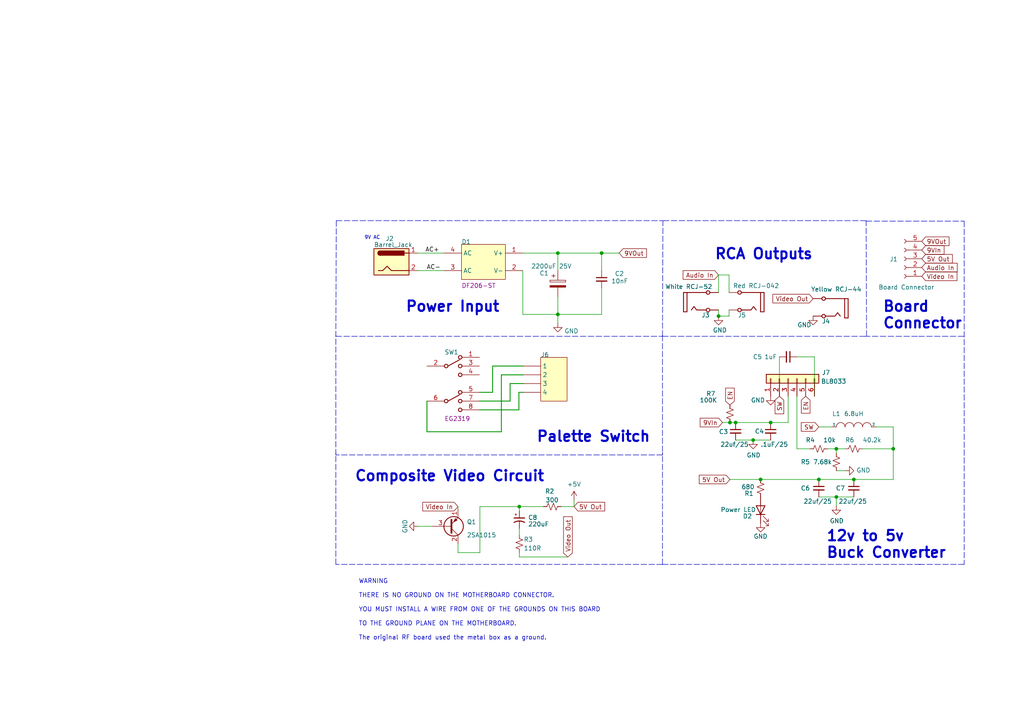
<source format=kicad_sch>
(kicad_sch (version 20211123) (generator eeschema)

  (uuid eaef1172-3351-417c-bfc4-74a598f141cb)

  (paper "A4")

  (title_block
    (title "NES Power Board Classic Edition with Composite Output")
    (date "2022-07-13")
    (rev "1.6")
    (company "ShawTech LLC")
    (comment 1 "GeekIsland Gaming")
    (comment 2 "Project Gotham")
    (comment 3 "Long Island Retro Gaming")
  )

  (lib_symbols
    (symbol "Connector:Barrel_Jack" (pin_names (offset 1.016)) (in_bom yes) (on_board yes)
      (property "Reference" "J" (id 0) (at 0 5.334 0)
        (effects (font (size 1.27 1.27)))
      )
      (property "Value" "Barrel_Jack" (id 1) (at 0 -5.08 0)
        (effects (font (size 1.27 1.27)))
      )
      (property "Footprint" "" (id 2) (at 1.27 -1.016 0)
        (effects (font (size 1.27 1.27)) hide)
      )
      (property "Datasheet" "~" (id 3) (at 1.27 -1.016 0)
        (effects (font (size 1.27 1.27)) hide)
      )
      (property "ki_keywords" "DC power barrel jack connector" (id 4) (at 0 0 0)
        (effects (font (size 1.27 1.27)) hide)
      )
      (property "ki_description" "DC Barrel Jack" (id 5) (at 0 0 0)
        (effects (font (size 1.27 1.27)) hide)
      )
      (property "ki_fp_filters" "BarrelJack*" (id 6) (at 0 0 0)
        (effects (font (size 1.27 1.27)) hide)
      )
      (symbol "Barrel_Jack_0_1"
        (rectangle (start -5.08 3.81) (end 5.08 -3.81)
          (stroke (width 0.254) (type default) (color 0 0 0 0))
          (fill (type background))
        )
        (arc (start -3.302 3.175) (mid -3.937 2.54) (end -3.302 1.905)
          (stroke (width 0.254) (type default) (color 0 0 0 0))
          (fill (type none))
        )
        (arc (start -3.302 3.175) (mid -3.937 2.54) (end -3.302 1.905)
          (stroke (width 0.254) (type default) (color 0 0 0 0))
          (fill (type outline))
        )
        (polyline
          (pts
            (xy 5.08 2.54)
            (xy 3.81 2.54)
          )
          (stroke (width 0.254) (type default) (color 0 0 0 0))
          (fill (type none))
        )
        (polyline
          (pts
            (xy -3.81 -2.54)
            (xy -2.54 -2.54)
            (xy -1.27 -1.27)
            (xy 0 -2.54)
            (xy 2.54 -2.54)
            (xy 5.08 -2.54)
          )
          (stroke (width 0.254) (type default) (color 0 0 0 0))
          (fill (type none))
        )
        (rectangle (start 3.683 3.175) (end -3.302 1.905)
          (stroke (width 0.254) (type default) (color 0 0 0 0))
          (fill (type outline))
        )
      )
      (symbol "Barrel_Jack_1_1"
        (pin passive line (at 7.62 2.54 180) (length 2.54)
          (name "~" (effects (font (size 1.27 1.27))))
          (number "1" (effects (font (size 1.27 1.27))))
        )
        (pin passive line (at 7.62 -2.54 180) (length 2.54)
          (name "~" (effects (font (size 1.27 1.27))))
          (number "2" (effects (font (size 1.27 1.27))))
        )
      )
    )
    (symbol "Connector:Conn_01x05_Female" (pin_names (offset 1.016) hide) (in_bom yes) (on_board yes)
      (property "Reference" "J" (id 0) (at 0 7.62 0)
        (effects (font (size 1.27 1.27)))
      )
      (property "Value" "Conn_01x05_Female" (id 1) (at 0 -7.62 0)
        (effects (font (size 1.27 1.27)))
      )
      (property "Footprint" "" (id 2) (at 0 0 0)
        (effects (font (size 1.27 1.27)) hide)
      )
      (property "Datasheet" "~" (id 3) (at 0 0 0)
        (effects (font (size 1.27 1.27)) hide)
      )
      (property "ki_keywords" "connector" (id 4) (at 0 0 0)
        (effects (font (size 1.27 1.27)) hide)
      )
      (property "ki_description" "Generic connector, single row, 01x05, script generated (kicad-library-utils/schlib/autogen/connector/)" (id 5) (at 0 0 0)
        (effects (font (size 1.27 1.27)) hide)
      )
      (property "ki_fp_filters" "Connector*:*_1x??_*" (id 6) (at 0 0 0)
        (effects (font (size 1.27 1.27)) hide)
      )
      (symbol "Conn_01x05_Female_1_1"
        (arc (start 0 -4.572) (mid -0.508 -5.08) (end 0 -5.588)
          (stroke (width 0.1524) (type default) (color 0 0 0 0))
          (fill (type none))
        )
        (arc (start 0 -2.032) (mid -0.508 -2.54) (end 0 -3.048)
          (stroke (width 0.1524) (type default) (color 0 0 0 0))
          (fill (type none))
        )
        (polyline
          (pts
            (xy -1.27 -5.08)
            (xy -0.508 -5.08)
          )
          (stroke (width 0.1524) (type default) (color 0 0 0 0))
          (fill (type none))
        )
        (polyline
          (pts
            (xy -1.27 -2.54)
            (xy -0.508 -2.54)
          )
          (stroke (width 0.1524) (type default) (color 0 0 0 0))
          (fill (type none))
        )
        (polyline
          (pts
            (xy -1.27 0)
            (xy -0.508 0)
          )
          (stroke (width 0.1524) (type default) (color 0 0 0 0))
          (fill (type none))
        )
        (polyline
          (pts
            (xy -1.27 2.54)
            (xy -0.508 2.54)
          )
          (stroke (width 0.1524) (type default) (color 0 0 0 0))
          (fill (type none))
        )
        (polyline
          (pts
            (xy -1.27 5.08)
            (xy -0.508 5.08)
          )
          (stroke (width 0.1524) (type default) (color 0 0 0 0))
          (fill (type none))
        )
        (arc (start 0 0.508) (mid -0.508 0) (end 0 -0.508)
          (stroke (width 0.1524) (type default) (color 0 0 0 0))
          (fill (type none))
        )
        (arc (start 0 3.048) (mid -0.508 2.54) (end 0 2.032)
          (stroke (width 0.1524) (type default) (color 0 0 0 0))
          (fill (type none))
        )
        (arc (start 0 5.588) (mid -0.508 5.08) (end 0 4.572)
          (stroke (width 0.1524) (type default) (color 0 0 0 0))
          (fill (type none))
        )
        (pin passive line (at -5.08 5.08 0) (length 3.81)
          (name "Pin_1" (effects (font (size 1.27 1.27))))
          (number "1" (effects (font (size 1.27 1.27))))
        )
        (pin passive line (at -5.08 2.54 0) (length 3.81)
          (name "Pin_2" (effects (font (size 1.27 1.27))))
          (number "2" (effects (font (size 1.27 1.27))))
        )
        (pin passive line (at -5.08 0 0) (length 3.81)
          (name "Pin_3" (effects (font (size 1.27 1.27))))
          (number "3" (effects (font (size 1.27 1.27))))
        )
        (pin passive line (at -5.08 -2.54 0) (length 3.81)
          (name "Pin_4" (effects (font (size 1.27 1.27))))
          (number "4" (effects (font (size 1.27 1.27))))
        )
        (pin passive line (at -5.08 -5.08 0) (length 3.81)
          (name "Pin_5" (effects (font (size 1.27 1.27))))
          (number "5" (effects (font (size 1.27 1.27))))
        )
      )
    )
    (symbol "Connector_Generic:Conn_01x06" (pin_names (offset 1.016) hide) (in_bom yes) (on_board yes)
      (property "Reference" "J" (id 0) (at 0 7.62 0)
        (effects (font (size 1.27 1.27)))
      )
      (property "Value" "Conn_01x06" (id 1) (at 0 -10.16 0)
        (effects (font (size 1.27 1.27)))
      )
      (property "Footprint" "" (id 2) (at 0 0 0)
        (effects (font (size 1.27 1.27)) hide)
      )
      (property "Datasheet" "~" (id 3) (at 0 0 0)
        (effects (font (size 1.27 1.27)) hide)
      )
      (property "ki_keywords" "connector" (id 4) (at 0 0 0)
        (effects (font (size 1.27 1.27)) hide)
      )
      (property "ki_description" "Generic connector, single row, 01x06, script generated (kicad-library-utils/schlib/autogen/connector/)" (id 5) (at 0 0 0)
        (effects (font (size 1.27 1.27)) hide)
      )
      (property "ki_fp_filters" "Connector*:*_1x??_*" (id 6) (at 0 0 0)
        (effects (font (size 1.27 1.27)) hide)
      )
      (symbol "Conn_01x06_1_1"
        (rectangle (start -1.27 -7.493) (end 0 -7.747)
          (stroke (width 0.1524) (type default) (color 0 0 0 0))
          (fill (type none))
        )
        (rectangle (start -1.27 -4.953) (end 0 -5.207)
          (stroke (width 0.1524) (type default) (color 0 0 0 0))
          (fill (type none))
        )
        (rectangle (start -1.27 -2.413) (end 0 -2.667)
          (stroke (width 0.1524) (type default) (color 0 0 0 0))
          (fill (type none))
        )
        (rectangle (start -1.27 0.127) (end 0 -0.127)
          (stroke (width 0.1524) (type default) (color 0 0 0 0))
          (fill (type none))
        )
        (rectangle (start -1.27 2.667) (end 0 2.413)
          (stroke (width 0.1524) (type default) (color 0 0 0 0))
          (fill (type none))
        )
        (rectangle (start -1.27 5.207) (end 0 4.953)
          (stroke (width 0.1524) (type default) (color 0 0 0 0))
          (fill (type none))
        )
        (rectangle (start -1.27 6.35) (end 1.27 -8.89)
          (stroke (width 0.254) (type default) (color 0 0 0 0))
          (fill (type background))
        )
        (pin passive line (at -5.08 5.08 0) (length 3.81)
          (name "Pin_1" (effects (font (size 1.27 1.27))))
          (number "1" (effects (font (size 1.27 1.27))))
        )
        (pin passive line (at -5.08 2.54 0) (length 3.81)
          (name "Pin_2" (effects (font (size 1.27 1.27))))
          (number "2" (effects (font (size 1.27 1.27))))
        )
        (pin passive line (at -5.08 0 0) (length 3.81)
          (name "Pin_3" (effects (font (size 1.27 1.27))))
          (number "3" (effects (font (size 1.27 1.27))))
        )
        (pin passive line (at -5.08 -2.54 0) (length 3.81)
          (name "Pin_4" (effects (font (size 1.27 1.27))))
          (number "4" (effects (font (size 1.27 1.27))))
        )
        (pin passive line (at -5.08 -5.08 0) (length 3.81)
          (name "Pin_5" (effects (font (size 1.27 1.27))))
          (number "5" (effects (font (size 1.27 1.27))))
        )
        (pin passive line (at -5.08 -7.62 0) (length 3.81)
          (name "Pin_6" (effects (font (size 1.27 1.27))))
          (number "6" (effects (font (size 1.27 1.27))))
        )
      )
    )
    (symbol "Device:C_Polarized" (pin_numbers hide) (pin_names (offset 0.254)) (in_bom yes) (on_board yes)
      (property "Reference" "C" (id 0) (at 0.635 2.54 0)
        (effects (font (size 1.27 1.27)) (justify left))
      )
      (property "Value" "C_Polarized" (id 1) (at 0.635 -2.54 0)
        (effects (font (size 1.27 1.27)) (justify left))
      )
      (property "Footprint" "" (id 2) (at 0.9652 -3.81 0)
        (effects (font (size 1.27 1.27)) hide)
      )
      (property "Datasheet" "~" (id 3) (at 0 0 0)
        (effects (font (size 1.27 1.27)) hide)
      )
      (property "ki_keywords" "cap capacitor" (id 4) (at 0 0 0)
        (effects (font (size 1.27 1.27)) hide)
      )
      (property "ki_description" "Polarized capacitor" (id 5) (at 0 0 0)
        (effects (font (size 1.27 1.27)) hide)
      )
      (property "ki_fp_filters" "CP_*" (id 6) (at 0 0 0)
        (effects (font (size 1.27 1.27)) hide)
      )
      (symbol "C_Polarized_0_1"
        (rectangle (start -2.286 0.508) (end 2.286 1.016)
          (stroke (width 0) (type default) (color 0 0 0 0))
          (fill (type none))
        )
        (polyline
          (pts
            (xy -1.778 2.286)
            (xy -0.762 2.286)
          )
          (stroke (width 0) (type default) (color 0 0 0 0))
          (fill (type none))
        )
        (polyline
          (pts
            (xy -1.27 2.794)
            (xy -1.27 1.778)
          )
          (stroke (width 0) (type default) (color 0 0 0 0))
          (fill (type none))
        )
        (rectangle (start 2.286 -0.508) (end -2.286 -1.016)
          (stroke (width 0) (type default) (color 0 0 0 0))
          (fill (type outline))
        )
      )
      (symbol "C_Polarized_1_1"
        (pin passive line (at 0 3.81 270) (length 2.794)
          (name "~" (effects (font (size 1.27 1.27))))
          (number "1" (effects (font (size 1.27 1.27))))
        )
        (pin passive line (at 0 -3.81 90) (length 2.794)
          (name "~" (effects (font (size 1.27 1.27))))
          (number "2" (effects (font (size 1.27 1.27))))
        )
      )
    )
    (symbol "Device:C_Polarized_Small_US" (pin_numbers hide) (pin_names (offset 0.254) hide) (in_bom yes) (on_board yes)
      (property "Reference" "C" (id 0) (at 0.254 1.778 0)
        (effects (font (size 1.27 1.27)) (justify left))
      )
      (property "Value" "C_Polarized_Small_US" (id 1) (at 0.254 -2.032 0)
        (effects (font (size 1.27 1.27)) (justify left))
      )
      (property "Footprint" "" (id 2) (at 0 0 0)
        (effects (font (size 1.27 1.27)) hide)
      )
      (property "Datasheet" "~" (id 3) (at 0 0 0)
        (effects (font (size 1.27 1.27)) hide)
      )
      (property "ki_keywords" "cap capacitor" (id 4) (at 0 0 0)
        (effects (font (size 1.27 1.27)) hide)
      )
      (property "ki_description" "Polarized capacitor, small US symbol" (id 5) (at 0 0 0)
        (effects (font (size 1.27 1.27)) hide)
      )
      (property "ki_fp_filters" "CP_*" (id 6) (at 0 0 0)
        (effects (font (size 1.27 1.27)) hide)
      )
      (symbol "C_Polarized_Small_US_0_1"
        (polyline
          (pts
            (xy -1.524 0.508)
            (xy 1.524 0.508)
          )
          (stroke (width 0.3048) (type default) (color 0 0 0 0))
          (fill (type none))
        )
        (polyline
          (pts
            (xy -1.27 1.524)
            (xy -0.762 1.524)
          )
          (stroke (width 0) (type default) (color 0 0 0 0))
          (fill (type none))
        )
        (polyline
          (pts
            (xy -1.016 1.27)
            (xy -1.016 1.778)
          )
          (stroke (width 0) (type default) (color 0 0 0 0))
          (fill (type none))
        )
        (arc (start 1.524 -0.762) (mid 0 -0.3734) (end -1.524 -0.762)
          (stroke (width 0.3048) (type default) (color 0 0 0 0))
          (fill (type none))
        )
      )
      (symbol "C_Polarized_Small_US_1_1"
        (pin passive line (at 0 2.54 270) (length 2.032)
          (name "~" (effects (font (size 1.27 1.27))))
          (number "1" (effects (font (size 1.27 1.27))))
        )
        (pin passive line (at 0 -2.54 90) (length 2.032)
          (name "~" (effects (font (size 1.27 1.27))))
          (number "2" (effects (font (size 1.27 1.27))))
        )
      )
    )
    (symbol "Device:C_Small" (pin_numbers hide) (pin_names (offset 0.254) hide) (in_bom yes) (on_board yes)
      (property "Reference" "C" (id 0) (at 0.254 1.778 0)
        (effects (font (size 1.27 1.27)) (justify left))
      )
      (property "Value" "C_Small" (id 1) (at 0.254 -2.032 0)
        (effects (font (size 1.27 1.27)) (justify left))
      )
      (property "Footprint" "" (id 2) (at 0 0 0)
        (effects (font (size 1.27 1.27)) hide)
      )
      (property "Datasheet" "~" (id 3) (at 0 0 0)
        (effects (font (size 1.27 1.27)) hide)
      )
      (property "ki_keywords" "capacitor cap" (id 4) (at 0 0 0)
        (effects (font (size 1.27 1.27)) hide)
      )
      (property "ki_description" "Unpolarized capacitor, small symbol" (id 5) (at 0 0 0)
        (effects (font (size 1.27 1.27)) hide)
      )
      (property "ki_fp_filters" "C_*" (id 6) (at 0 0 0)
        (effects (font (size 1.27 1.27)) hide)
      )
      (symbol "C_Small_0_1"
        (polyline
          (pts
            (xy -1.524 -0.508)
            (xy 1.524 -0.508)
          )
          (stroke (width 0.3302) (type default) (color 0 0 0 0))
          (fill (type none))
        )
        (polyline
          (pts
            (xy -1.524 0.508)
            (xy 1.524 0.508)
          )
          (stroke (width 0.3048) (type default) (color 0 0 0 0))
          (fill (type none))
        )
      )
      (symbol "C_Small_1_1"
        (pin passive line (at 0 2.54 270) (length 2.032)
          (name "~" (effects (font (size 1.27 1.27))))
          (number "1" (effects (font (size 1.27 1.27))))
        )
        (pin passive line (at 0 -2.54 90) (length 2.032)
          (name "~" (effects (font (size 1.27 1.27))))
          (number "2" (effects (font (size 1.27 1.27))))
        )
      )
    )
    (symbol "Device:LED" (pin_numbers hide) (pin_names (offset 1.016) hide) (in_bom yes) (on_board yes)
      (property "Reference" "D" (id 0) (at 0 2.54 0)
        (effects (font (size 1.27 1.27)))
      )
      (property "Value" "LED" (id 1) (at 0 -2.54 0)
        (effects (font (size 1.27 1.27)))
      )
      (property "Footprint" "" (id 2) (at 0 0 0)
        (effects (font (size 1.27 1.27)) hide)
      )
      (property "Datasheet" "~" (id 3) (at 0 0 0)
        (effects (font (size 1.27 1.27)) hide)
      )
      (property "ki_keywords" "LED diode" (id 4) (at 0 0 0)
        (effects (font (size 1.27 1.27)) hide)
      )
      (property "ki_description" "Light emitting diode" (id 5) (at 0 0 0)
        (effects (font (size 1.27 1.27)) hide)
      )
      (property "ki_fp_filters" "LED* LED_SMD:* LED_THT:*" (id 6) (at 0 0 0)
        (effects (font (size 1.27 1.27)) hide)
      )
      (symbol "LED_0_1"
        (polyline
          (pts
            (xy -1.27 -1.27)
            (xy -1.27 1.27)
          )
          (stroke (width 0.254) (type default) (color 0 0 0 0))
          (fill (type none))
        )
        (polyline
          (pts
            (xy -1.27 0)
            (xy 1.27 0)
          )
          (stroke (width 0) (type default) (color 0 0 0 0))
          (fill (type none))
        )
        (polyline
          (pts
            (xy 1.27 -1.27)
            (xy 1.27 1.27)
            (xy -1.27 0)
            (xy 1.27 -1.27)
          )
          (stroke (width 0.254) (type default) (color 0 0 0 0))
          (fill (type none))
        )
        (polyline
          (pts
            (xy -3.048 -0.762)
            (xy -4.572 -2.286)
            (xy -3.81 -2.286)
            (xy -4.572 -2.286)
            (xy -4.572 -1.524)
          )
          (stroke (width 0) (type default) (color 0 0 0 0))
          (fill (type none))
        )
        (polyline
          (pts
            (xy -1.778 -0.762)
            (xy -3.302 -2.286)
            (xy -2.54 -2.286)
            (xy -3.302 -2.286)
            (xy -3.302 -1.524)
          )
          (stroke (width 0) (type default) (color 0 0 0 0))
          (fill (type none))
        )
      )
      (symbol "LED_1_1"
        (pin passive line (at -3.81 0 0) (length 2.54)
          (name "K" (effects (font (size 1.27 1.27))))
          (number "1" (effects (font (size 1.27 1.27))))
        )
        (pin passive line (at 3.81 0 180) (length 2.54)
          (name "A" (effects (font (size 1.27 1.27))))
          (number "2" (effects (font (size 1.27 1.27))))
        )
      )
    )
    (symbol "Device:R_Small_US" (pin_numbers hide) (pin_names (offset 0.254) hide) (in_bom yes) (on_board yes)
      (property "Reference" "R" (id 0) (at 0.762 0.508 0)
        (effects (font (size 1.27 1.27)) (justify left))
      )
      (property "Value" "R_Small_US" (id 1) (at 0.762 -1.016 0)
        (effects (font (size 1.27 1.27)) (justify left))
      )
      (property "Footprint" "" (id 2) (at 0 0 0)
        (effects (font (size 1.27 1.27)) hide)
      )
      (property "Datasheet" "~" (id 3) (at 0 0 0)
        (effects (font (size 1.27 1.27)) hide)
      )
      (property "ki_keywords" "r resistor" (id 4) (at 0 0 0)
        (effects (font (size 1.27 1.27)) hide)
      )
      (property "ki_description" "Resistor, small US symbol" (id 5) (at 0 0 0)
        (effects (font (size 1.27 1.27)) hide)
      )
      (property "ki_fp_filters" "R_*" (id 6) (at 0 0 0)
        (effects (font (size 1.27 1.27)) hide)
      )
      (symbol "R_Small_US_1_1"
        (polyline
          (pts
            (xy 0 0)
            (xy 1.016 -0.381)
            (xy 0 -0.762)
            (xy -1.016 -1.143)
            (xy 0 -1.524)
          )
          (stroke (width 0) (type default) (color 0 0 0 0))
          (fill (type none))
        )
        (polyline
          (pts
            (xy 0 1.524)
            (xy 1.016 1.143)
            (xy 0 0.762)
            (xy -1.016 0.381)
            (xy 0 0)
          )
          (stroke (width 0) (type default) (color 0 0 0 0))
          (fill (type none))
        )
        (pin passive line (at 0 2.54 270) (length 1.016)
          (name "~" (effects (font (size 1.27 1.27))))
          (number "1" (effects (font (size 1.27 1.27))))
        )
        (pin passive line (at 0 -2.54 90) (length 1.016)
          (name "~" (effects (font (size 1.27 1.27))))
          (number "2" (effects (font (size 1.27 1.27))))
        )
      )
    )
    (symbol "Transistor_BJT:2SA1015" (pin_names (offset 0) hide) (in_bom yes) (on_board yes)
      (property "Reference" "Q" (id 0) (at 5.08 1.905 0)
        (effects (font (size 1.27 1.27)) (justify left))
      )
      (property "Value" "2SA1015" (id 1) (at 5.08 0 0)
        (effects (font (size 1.27 1.27)) (justify left))
      )
      (property "Footprint" "Package_TO_SOT_THT:TO-92_Inline" (id 2) (at 5.08 -1.905 0)
        (effects (font (size 1.27 1.27) italic) (justify left) hide)
      )
      (property "Datasheet" "http://www.datasheetcatalog.org/datasheet/toshiba/905.pdf" (id 3) (at 0 0 0)
        (effects (font (size 1.27 1.27)) (justify left) hide)
      )
      (property "ki_keywords" "Low Noise Audio PNP Transistor" (id 4) (at 0 0 0)
        (effects (font (size 1.27 1.27)) hide)
      )
      (property "ki_description" "-0.15A Ic, -50V Vce, Low Noise Audio PNP Transistor, TO-92" (id 5) (at 0 0 0)
        (effects (font (size 1.27 1.27)) hide)
      )
      (property "ki_fp_filters" "TO?92*" (id 6) (at 0 0 0)
        (effects (font (size 1.27 1.27)) hide)
      )
      (symbol "2SA1015_0_1"
        (polyline
          (pts
            (xy 0 0)
            (xy 0.635 0)
          )
          (stroke (width 0) (type default) (color 0 0 0 0))
          (fill (type none))
        )
        (polyline
          (pts
            (xy 2.54 -2.54)
            (xy 0.635 -0.635)
          )
          (stroke (width 0) (type default) (color 0 0 0 0))
          (fill (type none))
        )
        (polyline
          (pts
            (xy 2.54 2.54)
            (xy 0.635 0.635)
          )
          (stroke (width 0) (type default) (color 0 0 0 0))
          (fill (type none))
        )
        (polyline
          (pts
            (xy 0.635 1.905)
            (xy 0.635 -1.905)
            (xy 0.635 -1.905)
          )
          (stroke (width 0.508) (type default) (color 0 0 0 0))
          (fill (type outline))
        )
        (polyline
          (pts
            (xy 1.778 -2.286)
            (xy 2.286 -1.778)
            (xy 1.27 -1.27)
            (xy 1.778 -2.286)
            (xy 1.778 -2.286)
          )
          (stroke (width 0) (type default) (color 0 0 0 0))
          (fill (type outline))
        )
        (circle (center 1.27 0) (radius 2.8194)
          (stroke (width 0.254) (type default) (color 0 0 0 0))
          (fill (type none))
        )
      )
      (symbol "2SA1015_1_1"
        (pin passive line (at 2.54 -5.08 90) (length 2.54)
          (name "E" (effects (font (size 1.27 1.27))))
          (number "1" (effects (font (size 1.27 1.27))))
        )
        (pin passive line (at 2.54 5.08 270) (length 2.54)
          (name "C" (effects (font (size 1.27 1.27))))
          (number "2" (effects (font (size 1.27 1.27))))
        )
        (pin input line (at -5.08 0 0) (length 5.08)
          (name "B" (effects (font (size 1.27 1.27))))
          (number "3" (effects (font (size 1.27 1.27))))
        )
      )
    )
    (symbol "jjj-altium-import:0_Header 1x4 - 1.5mm Vert" (in_bom yes) (on_board yes)
      (property "Reference" "" (id 0) (at 0 0 0)
        (effects (font (size 1.27 1.27)))
      )
      (property "Value" "0_Header 1x4 - 1.5mm Vert" (id 1) (at 0 0 0)
        (effects (font (size 1.27 1.27)))
      )
      (property "Footprint" "" (id 2) (at 0 0 0)
        (effects (font (size 1.27 1.27)) hide)
      )
      (property "Datasheet" "" (id 3) (at 0 0 0)
        (effects (font (size 1.27 1.27)) hide)
      )
      (property "ki_description" "Header, 4 Pin, 1.5mm Pitch, Vertical" (id 4) (at 0 0 0)
        (effects (font (size 1.27 1.27)) hide)
      )
      (property "ki_fp_filters" "HDR1X4-15MM{space}VERT{space}-{space}L" (id 5) (at 0 0 0)
        (effects (font (size 1.27 1.27)) hide)
      )
      (symbol "0_Header 1x4 - 1.5mm Vert_1_0"
        (rectangle (start 7.62 0) (end 0 -12.7)
          (stroke (width 0) (type default) (color 0 0 0 0))
          (fill (type background))
        )
        (pin passive line (at -5.08 -2.54 0) (length 5.08)
          (name "1" (effects (font (size 1.27 1.27))))
          (number "1" (effects (font (size 0 0))))
        )
        (pin passive line (at -5.08 -5.08 0) (length 5.08)
          (name "2" (effects (font (size 1.27 1.27))))
          (number "2" (effects (font (size 0 0))))
        )
        (pin passive line (at -5.08 -7.62 0) (length 5.08)
          (name "3" (effects (font (size 1.27 1.27))))
          (number "3" (effects (font (size 0 0))))
        )
        (pin passive line (at -5.08 -10.16 0) (length 5.08)
          (name "4" (effects (font (size 1.27 1.27))))
          (number "4" (effects (font (size 0 0))))
        )
      )
    )
    (symbol "jjj-altium-import:0_SW-DP3T (EG2319)" (in_bom yes) (on_board yes)
      (property "Reference" "" (id 0) (at 0 0 0)
        (effects (font (size 1.27 1.27)))
      )
      (property "Value" "0_SW-DP3T (EG2319)" (id 1) (at 0 0 0)
        (effects (font (size 1.27 1.27)))
      )
      (property "Footprint" "" (id 2) (at 0 0 0)
        (effects (font (size 1.27 1.27)) hide)
      )
      (property "Datasheet" "" (id 3) (at 0 0 0)
        (effects (font (size 1.27 1.27)) hide)
      )
      (property "ki_description" "Dual Pole, Three Throw" (id 4) (at 0 0 0)
        (effects (font (size 1.27 1.27)) hide)
      )
      (property "ki_fp_filters" "SW-DP3T{space}(EG2319)" (id 5) (at 0 0 0)
        (effects (font (size 1.27 1.27)) hide)
      )
      (symbol "0_SW-DP3T (EG2319)_1_0"
        (polyline
          (pts
            (xy 1.016 -10.16)
            (xy 4.318 -8.382)
          )
          (stroke (width 0.254) (type default) (color 0 0 0 0))
          (fill (type none))
        )
        (polyline
          (pts
            (xy 1.016 0)
            (xy 4.318 1.778)
          )
          (stroke (width 0.254) (type default) (color 0 0 0 0))
          (fill (type none))
        )
        (circle (center 0.508 -10.16) (radius 0.508)
          (stroke (width 0.254) (type default) (color 0 0 0 0))
          (fill (type none))
        )
        (circle (center 0.508 0) (radius 0.508)
          (stroke (width 0.254) (type default) (color 0 0 0 0))
          (fill (type none))
        )
        (circle (center 4.572 -12.7) (radius 0.508)
          (stroke (width 0.254) (type default) (color 0 0 0 0))
          (fill (type none))
        )
        (circle (center 4.572 -10.16) (radius 0.508)
          (stroke (width 0.254) (type default) (color 0 0 0 0))
          (fill (type none))
        )
        (circle (center 4.572 -7.62) (radius 0.508)
          (stroke (width 0.254) (type default) (color 0 0 0 0))
          (fill (type none))
        )
        (circle (center 4.572 -2.54) (radius 0.508)
          (stroke (width 0.254) (type default) (color 0 0 0 0))
          (fill (type none))
        )
        (circle (center 4.572 0) (radius 0.508)
          (stroke (width 0.254) (type default) (color 0 0 0 0))
          (fill (type none))
        )
        (circle (center 4.572 2.54) (radius 0.508)
          (stroke (width 0.254) (type default) (color 0 0 0 0))
          (fill (type none))
        )
        (pin passive line (at 10.16 2.54 180) (length 5.08)
          (name "1" (effects (font (size 0 0))))
          (number "1" (effects (font (size 1.27 1.27))))
        )
        (pin passive line (at -5.08 0 0) (length 5.08)
          (name "2" (effects (font (size 0 0))))
          (number "2" (effects (font (size 1.27 1.27))))
        )
        (pin passive line (at 10.16 0 180) (length 5.08)
          (name "3" (effects (font (size 0 0))))
          (number "3" (effects (font (size 1.27 1.27))))
        )
        (pin passive line (at 10.16 -2.54 180) (length 5.08)
          (name "4" (effects (font (size 0 0))))
          (number "4" (effects (font (size 1.27 1.27))))
        )
        (pin passive line (at 10.16 -7.62 180) (length 5.08)
          (name "5" (effects (font (size 0 0))))
          (number "5" (effects (font (size 1.27 1.27))))
        )
        (pin passive line (at -5.08 -10.16 0) (length 5.08)
          (name "6" (effects (font (size 0 0))))
          (number "6" (effects (font (size 1.27 1.27))))
        )
        (pin passive line (at 10.16 -10.16 180) (length 5.08)
          (name "7" (effects (font (size 0 0))))
          (number "7" (effects (font (size 1.27 1.27))))
        )
        (pin passive line (at 10.16 -12.7 180) (length 5.08)
          (name "8" (effects (font (size 0 0))))
          (number "8" (effects (font (size 1.27 1.27))))
        )
      )
    )
    (symbol "jjj-altium-import:0_mirrored_Bridge (DF206-ST)" (in_bom yes) (on_board yes)
      (property "Reference" "" (id 0) (at 0 0 0)
        (effects (font (size 1.27 1.27)))
      )
      (property "Value" "0_mirrored_Bridge (DF206-ST)" (id 1) (at 0 0 0)
        (effects (font (size 1.27 1.27)))
      )
      (property "Footprint" "" (id 2) (at 0 0 0)
        (effects (font (size 1.27 1.27)) hide)
      )
      (property "Datasheet" "" (id 3) (at 0 0 0)
        (effects (font (size 1.27 1.27)) hide)
      )
      (property "ki_description" "Full Wave Diode Bridge" (id 4) (at 0 0 0)
        (effects (font (size 1.27 1.27)) hide)
      )
      (property "ki_fp_filters" "DFS4" (id 5) (at 0 0 0)
        (effects (font (size 1.27 1.27)) hide)
      )
      (symbol "0_mirrored_Bridge (DF206-ST)_1_0"
        (rectangle (start 0 0) (end -12.7 -10.16)
          (stroke (width 0) (type default) (color 0 0 0 0))
          (fill (type background))
        )
        (pin passive line (at 5.08 -2.54 180) (length 5.08)
          (name "V+" (effects (font (size 1.27 1.27))))
          (number "1" (effects (font (size 1.27 1.27))))
        )
        (pin passive line (at 5.08 -7.62 180) (length 5.08)
          (name "V-" (effects (font (size 1.27 1.27))))
          (number "2" (effects (font (size 1.27 1.27))))
        )
        (pin passive line (at -17.78 -7.62 0) (length 5.08)
          (name "AC" (effects (font (size 1.27 1.27))))
          (number "3" (effects (font (size 1.27 1.27))))
        )
        (pin passive line (at -17.78 -2.54 0) (length 5.08)
          (name "AC" (effects (font (size 1.27 1.27))))
          (number "4" (effects (font (size 1.27 1.27))))
        )
      )
    )
    (symbol "jjj-altium-import:0_mirrored_RCA-JCK-1 (RCJ-042)" (in_bom yes) (on_board yes)
      (property "Reference" "" (id 0) (at 0 0 0)
        (effects (font (size 1.27 1.27)))
      )
      (property "Value" "0_mirrored_RCA-JCK-1 (RCJ-042)" (id 1) (at 0 0 0)
        (effects (font (size 1.27 1.27)))
      )
      (property "Footprint" "" (id 2) (at 0 0 0)
        (effects (font (size 1.27 1.27)) hide)
      )
      (property "Datasheet" "" (id 3) (at 0 0 0)
        (effects (font (size 1.27 1.27)) hide)
      )
      (property "ki_description" "RCA Phono Jack, Right Angle" (id 4) (at 0 0 0)
        (effects (font (size 1.27 1.27)) hide)
      )
      (property "ki_fp_filters" "RCA-JCK-1{space}(RCJ-042-ALT1)" (id 5) (at 0 0 0)
        (effects (font (size 1.27 1.27)) hide)
      )
      (symbol "0_mirrored_RCA-JCK-1 (RCJ-042)_1_0"
        (circle (center -7.112 -7.62) (radius 0.508)
          (stroke (width 0.254) (type default) (color 0 0 0 0))
          (fill (type none))
        )
        (circle (center -7.112 -2.54) (radius 0.508)
          (stroke (width 0.254) (type default) (color 0 0 0 0))
          (fill (type none))
        )
        (polyline
          (pts
            (xy -6.604 -7.62)
            (xy 0 -7.62)
          )
          (stroke (width 0.254) (type default) (color 0 0 0 0))
          (fill (type none))
        )
        (polyline
          (pts
            (xy -1.016 -2.032)
            (xy -1.016 -7.62)
          )
          (stroke (width 0.254) (type default) (color 0 0 0 0))
          (fill (type none))
        )
        (polyline
          (pts
            (xy -1.016 -2.032)
            (xy 0 -2.032)
          )
          (stroke (width 0.254) (type default) (color 0 0 0 0))
          (fill (type none))
        )
        (polyline
          (pts
            (xy 0 -2.032)
            (xy 0 -7.62)
          )
          (stroke (width 0.254) (type default) (color 0 0 0 0))
          (fill (type none))
        )
        (polyline
          (pts
            (xy -2.286 -2.54)
            (xy -3.048 -3.556)
            (xy -3.81 -2.54)
            (xy -6.604 -2.54)
          )
          (stroke (width 0.254) (type default) (color 0 0 0 0))
          (fill (type none))
        )
        (pin passive line (at -10.16 -2.54 0) (length 2.54)
          (name "Tip" (effects (font (size 0 0))))
          (number "1" (effects (font (size 0 0))))
        )
        (pin passive line (at -10.16 -7.62 0) (length 2.54)
          (name "Sleeve" (effects (font (size 0 0))))
          (number "2" (effects (font (size 0 0))))
        )
      )
    )
    (symbol "power:+5V" (power) (pin_names (offset 0)) (in_bom yes) (on_board yes)
      (property "Reference" "#PWR" (id 0) (at 0 -3.81 0)
        (effects (font (size 1.27 1.27)) hide)
      )
      (property "Value" "+5V" (id 1) (at 0 3.556 0)
        (effects (font (size 1.27 1.27)))
      )
      (property "Footprint" "" (id 2) (at 0 0 0)
        (effects (font (size 1.27 1.27)) hide)
      )
      (property "Datasheet" "" (id 3) (at 0 0 0)
        (effects (font (size 1.27 1.27)) hide)
      )
      (property "ki_keywords" "power-flag" (id 4) (at 0 0 0)
        (effects (font (size 1.27 1.27)) hide)
      )
      (property "ki_description" "Power symbol creates a global label with name \"+5V\"" (id 5) (at 0 0 0)
        (effects (font (size 1.27 1.27)) hide)
      )
      (symbol "+5V_0_1"
        (polyline
          (pts
            (xy -0.762 1.27)
            (xy 0 2.54)
          )
          (stroke (width 0) (type default) (color 0 0 0 0))
          (fill (type none))
        )
        (polyline
          (pts
            (xy 0 0)
            (xy 0 2.54)
          )
          (stroke (width 0) (type default) (color 0 0 0 0))
          (fill (type none))
        )
        (polyline
          (pts
            (xy 0 2.54)
            (xy 0.762 1.27)
          )
          (stroke (width 0) (type default) (color 0 0 0 0))
          (fill (type none))
        )
      )
      (symbol "+5V_1_1"
        (pin power_in line (at 0 0 90) (length 0) hide
          (name "+5V" (effects (font (size 1.27 1.27))))
          (number "1" (effects (font (size 1.27 1.27))))
        )
      )
    )
    (symbol "power:GND" (power) (pin_names (offset 0)) (in_bom yes) (on_board yes)
      (property "Reference" "#PWR" (id 0) (at 0 -6.35 0)
        (effects (font (size 1.27 1.27)) hide)
      )
      (property "Value" "GND" (id 1) (at 0 -3.81 0)
        (effects (font (size 1.27 1.27)))
      )
      (property "Footprint" "" (id 2) (at 0 0 0)
        (effects (font (size 1.27 1.27)) hide)
      )
      (property "Datasheet" "" (id 3) (at 0 0 0)
        (effects (font (size 1.27 1.27)) hide)
      )
      (property "ki_keywords" "power-flag" (id 4) (at 0 0 0)
        (effects (font (size 1.27 1.27)) hide)
      )
      (property "ki_description" "Power symbol creates a global label with name \"GND\" , ground" (id 5) (at 0 0 0)
        (effects (font (size 1.27 1.27)) hide)
      )
      (symbol "GND_0_1"
        (polyline
          (pts
            (xy 0 0)
            (xy 0 -1.27)
            (xy 1.27 -1.27)
            (xy 0 -2.54)
            (xy -1.27 -1.27)
            (xy 0 -1.27)
          )
          (stroke (width 0) (type default) (color 0 0 0 0))
          (fill (type none))
        )
      )
      (symbol "GND_1_1"
        (pin power_in line (at 0 0 270) (length 0) hide
          (name "GND" (effects (font (size 1.27 1.27))))
          (number "1" (effects (font (size 1.27 1.27))))
        )
      )
    )
    (symbol "pspice:INDUCTOR" (pin_numbers hide) (pin_names (offset 0)) (in_bom yes) (on_board yes)
      (property "Reference" "L" (id 0) (at 0 2.54 0)
        (effects (font (size 1.27 1.27)))
      )
      (property "Value" "INDUCTOR" (id 1) (at 0 -1.27 0)
        (effects (font (size 1.27 1.27)))
      )
      (property "Footprint" "" (id 2) (at 0 0 0)
        (effects (font (size 1.27 1.27)) hide)
      )
      (property "Datasheet" "~" (id 3) (at 0 0 0)
        (effects (font (size 1.27 1.27)) hide)
      )
      (property "ki_keywords" "simulation" (id 4) (at 0 0 0)
        (effects (font (size 1.27 1.27)) hide)
      )
      (property "ki_description" "Inductor symbol for simulation only" (id 5) (at 0 0 0)
        (effects (font (size 1.27 1.27)) hide)
      )
      (symbol "INDUCTOR_0_1"
        (arc (start -2.54 0) (mid -3.81 1.27) (end -5.08 0)
          (stroke (width 0) (type default) (color 0 0 0 0))
          (fill (type none))
        )
        (arc (start 0 0) (mid -1.27 1.27) (end -2.54 0)
          (stroke (width 0) (type default) (color 0 0 0 0))
          (fill (type none))
        )
        (arc (start 2.54 0) (mid 1.27 1.27) (end 0 0)
          (stroke (width 0) (type default) (color 0 0 0 0))
          (fill (type none))
        )
        (arc (start 5.08 0) (mid 3.81 1.27) (end 2.54 0)
          (stroke (width 0) (type default) (color 0 0 0 0))
          (fill (type none))
        )
      )
      (symbol "INDUCTOR_1_1"
        (pin input line (at -6.35 0 0) (length 1.27)
          (name "1" (effects (font (size 0.762 0.762))))
          (number "1" (effects (font (size 0.762 0.762))))
        )
        (pin input line (at 6.35 0 180) (length 1.27)
          (name "2" (effects (font (size 0.762 0.762))))
          (number "2" (effects (font (size 0.762 0.762))))
        )
      )
    )
  )

  (junction (at 213.36 122.555) (diameter 0) (color 0 0 0 0)
    (uuid 065bbda9-7cf2-476b-8d2b-b5a9d380b230)
  )
  (junction (at 247.65 139.065) (diameter 0) (color 0 0 0 0)
    (uuid 38eb58be-4103-4882-aaf2-4b9a01699864)
  )
  (junction (at 237.49 139.065) (diameter 0) (color 0 0 0 0)
    (uuid 44029863-c050-4275-b5aa-d3dd1b839dcd)
  )
  (junction (at 161.798 91.186) (diameter 0) (color 0 0 0 0)
    (uuid 60a7dcc1-b459-4b69-be02-f48b66a815f0)
  )
  (junction (at 211.709 122.555) (diameter 0) (color 0 0 0 0)
    (uuid 64bb7d25-4152-417e-8f14-13df5c57dafb)
  )
  (junction (at 242.57 144.145) (diameter 0) (color 0 0 0 0)
    (uuid 7e98ca3a-70d3-4571-a2dd-5e3a58946e29)
  )
  (junction (at 150.622 146.939) (diameter 0) (color 0 0 0 0)
    (uuid 8467fc79-0915-4d3b-a95c-b8c3b720127f)
  )
  (junction (at 259.08 130.175) (diameter 0) (color 0 0 0 0)
    (uuid 8f6504df-568f-4534-8569-9d4efa7102ed)
  )
  (junction (at 161.798 73.406) (diameter 0) (color 0 0 0 0)
    (uuid a0e74fdd-2272-42b1-9d9a-65553efcd00a)
  )
  (junction (at 220.599 139.065) (diameter 0) (color 0 0 0 0)
    (uuid dc4669a2-cf80-4044-b1df-1c52cc29109f)
  )
  (junction (at 174.498 73.406) (diameter 0) (color 0 0 0 0)
    (uuid f17daa22-500e-4b54-81a7-f5c3878a87d9)
  )
  (junction (at 223.52 122.555) (diameter 0) (color 0 0 0 0)
    (uuid f4804e12-65b1-42b2-81aa-766261229dd2)
  )
  (junction (at 242.57 130.175) (diameter 0) (color 0 0 0 0)
    (uuid f4b3ce13-892c-4e8c-8f4a-a37e059f8f11)
  )
  (junction (at 208.407 91.694) (diameter 0) (color 0 0 0 0)
    (uuid f4e94531-a637-401c-8c81-1dd448a08a02)
  )
  (junction (at 218.44 127.635) (diameter 0) (color 0 0 0 0)
    (uuid f8de3e0d-0c56-453a-a52f-8239e1cd4e7d)
  )

  (wire (pts (xy 236.22 114.935) (xy 236.22 103.505))
    (stroke (width 0) (type default) (color 0 0 0 0))
    (uuid 01fb61a5-ddac-4734-b229-a52c4e5de2cc)
  )
  (wire (pts (xy 254 123.825) (xy 259.08 123.825))
    (stroke (width 0) (type default) (color 0 0 0 0))
    (uuid 022b3a84-1980-4feb-a5be-ebe0000e0691)
  )
  (wire (pts (xy 161.798 78.486) (xy 161.798 73.406))
    (stroke (width 0) (type default) (color 0 0 0 0))
    (uuid 0452da17-4ccf-4bdc-9fc3-b0a09600bd55)
  )
  (wire (pts (xy 142.875 106.172) (xy 151.765 106.172))
    (stroke (width 0.254) (type default) (color 0 0 0 0))
    (uuid 07838c19-bdee-4759-9a7b-a62a5deb9737)
  )
  (wire (pts (xy 211.455 89.916) (xy 211.455 91.694))
    (stroke (width 0) (type default) (color 0 0 0 0))
    (uuid 07b94a01-8211-4227-a65d-ffa26004f8fd)
  )
  (wire (pts (xy 208.407 89.916) (xy 208.407 91.694))
    (stroke (width 0) (type default) (color 0 0 0 0))
    (uuid 0d70d20f-ae16-4a0b-a04f-2cb53108b017)
  )
  (wire (pts (xy 220.599 139.065) (xy 237.49 139.065))
    (stroke (width 0) (type default) (color 0 0 0 0))
    (uuid 0f19e0fc-7b19-4cf2-b2e6-8dba9b2f2695)
  )
  (wire (pts (xy 150.622 146.939) (xy 157.607 146.939))
    (stroke (width 0) (type default) (color 0 0 0 0))
    (uuid 10a7d7ef-d6be-484c-be36-2908e6c77393)
  )
  (wire (pts (xy 161.798 73.406) (xy 174.498 73.406))
    (stroke (width 0) (type default) (color 0 0 0 0))
    (uuid 119c633c-175b-4b38-bbc1-1a076032c16e)
  )
  (wire (pts (xy 161.798 91.186) (xy 161.798 93.726))
    (stroke (width 0) (type default) (color 0 0 0 0))
    (uuid 11cae898-6e02-4314-87c3-bfa88f249303)
  )
  (wire (pts (xy 242.57 131.445) (xy 242.57 130.175))
    (stroke (width 0) (type default) (color 0 0 0 0))
    (uuid 16da5af1-7805-4e3c-9acd-74c7b42f1fdd)
  )
  (wire (pts (xy 237.49 139.065) (xy 247.65 139.065))
    (stroke (width 0) (type default) (color 0 0 0 0))
    (uuid 17e2d6a5-7314-436c-935b-eb7fec018793)
  )
  (polyline (pts (xy 97.536 64.008) (xy 192.278 64.008))
    (stroke (width 0) (type default) (color 0 0 0 0))
    (uuid 1f090ca6-29d1-4986-a2dd-76adacf3c6d2)
  )
  (polyline (pts (xy 192.151 97.282) (xy 192.151 131.953))
    (stroke (width 0) (type default) (color 0 0 0 0))
    (uuid 2134e570-b5c4-4028-91d4-13cde2d1df9a)
  )

  (wire (pts (xy 139.192 146.939) (xy 139.192 160.274))
    (stroke (width 0) (type default) (color 0 0 0 0))
    (uuid 2c1d9a48-0247-4684-8926-e34b31f1bf9c)
  )
  (wire (pts (xy 231.14 114.935) (xy 231.14 130.175))
    (stroke (width 0) (type default) (color 0 0 0 0))
    (uuid 2e34323d-aa9b-45b1-a5f4-ad7097115818)
  )
  (wire (pts (xy 166.497 146.939) (xy 166.497 145.034))
    (stroke (width 0) (type default) (color 0 0 0 0))
    (uuid 2fc6c800-22f6-42f6-a664-0677d01cefba)
  )
  (polyline (pts (xy 97.409 97.536) (xy 192.151 97.536))
    (stroke (width 0) (type default) (color 0 0 0 0))
    (uuid 3132da1a-c728-4bbe-847f-d7471b1b875c)
  )

  (wire (pts (xy 242.57 130.175) (xy 245.11 130.175))
    (stroke (width 0) (type default) (color 0 0 0 0))
    (uuid 3b170e66-7f9c-4077-88a8-f2bf734b47b8)
  )
  (wire (pts (xy 162.687 146.939) (xy 166.497 146.939))
    (stroke (width 0) (type default) (color 0 0 0 0))
    (uuid 3b9ce6b0-047c-4e71-81a7-b0a5c13aa4d2)
  )
  (wire (pts (xy 150.622 153.289) (xy 150.622 155.194))
    (stroke (width 0) (type default) (color 0 0 0 0))
    (uuid 3eff8f32-349a-4846-b484-abdc036c7174)
  )
  (wire (pts (xy 213.36 127.635) (xy 218.44 127.635))
    (stroke (width 0) (type default) (color 0 0 0 0))
    (uuid 41da1e64-b9e5-43be-bb1c-627141f56e45)
  )
  (wire (pts (xy 147.955 111.252) (xy 151.765 111.252))
    (stroke (width 0.254) (type default) (color 0 0 0 0))
    (uuid 4221b138-87b6-4073-a6e3-acb41ba2e601)
  )
  (polyline (pts (xy 266.446 97.536) (xy 279.654 97.536))
    (stroke (width 0) (type default) (color 0 0 0 0))
    (uuid 4304ed90-a912-42d1-a84a-bd0e9749f224)
  )

  (wire (pts (xy 242.57 144.145) (xy 247.65 144.145))
    (stroke (width 0) (type default) (color 0 0 0 0))
    (uuid 494a626f-2d88-4556-9911-9d33b4807e49)
  )
  (wire (pts (xy 228.6 122.555) (xy 223.52 122.555))
    (stroke (width 0) (type default) (color 0 0 0 0))
    (uuid 4c98c247-3f9b-4d18-adaa-43a47bd4d10f)
  )
  (wire (pts (xy 259.08 130.175) (xy 250.19 130.175))
    (stroke (width 0) (type default) (color 0 0 0 0))
    (uuid 54906630-411e-4d08-aa9a-e6c4f724c202)
  )
  (wire (pts (xy 259.08 123.825) (xy 259.08 130.175))
    (stroke (width 0) (type default) (color 0 0 0 0))
    (uuid 5bef0cc9-21bd-44ec-a9b0-3fd1594d8d6b)
  )
  (wire (pts (xy 228.6 114.935) (xy 228.6 122.555))
    (stroke (width 0) (type default) (color 0 0 0 0))
    (uuid 5dbb4799-5f6f-4be4-8123-0f8ae2b32f00)
  )
  (wire (pts (xy 139.065 118.872) (xy 150.495 118.872))
    (stroke (width 0.254) (type default) (color 0 0 0 0))
    (uuid 6150d77e-0e79-4609-a9ad-f39ba34a63b4)
  )
  (wire (pts (xy 145.415 108.712) (xy 145.415 125.222))
    (stroke (width 0.254) (type default) (color 0 0 0 0))
    (uuid 62ab9051-fded-466c-9df1-9b40d76dc590)
  )
  (wire (pts (xy 259.08 139.065) (xy 259.08 130.175))
    (stroke (width 0) (type default) (color 0 0 0 0))
    (uuid 6632c849-83c6-4cbb-abfe-e4361fbc03c2)
  )
  (wire (pts (xy 174.498 83.566) (xy 174.498 91.186))
    (stroke (width 0) (type default) (color 0 0 0 0))
    (uuid 669e2f76-dce7-4b88-b383-d3587e6cc0cc)
  )
  (polyline (pts (xy 251.206 64.008) (xy 191.77 64.008))
    (stroke (width 0) (type default) (color 0 0 0 0))
    (uuid 6816f90c-012b-4c3a-a594-72072617639a)
  )
  (polyline (pts (xy 97.409 163.703) (xy 97.409 131.318))
    (stroke (width 0) (type default) (color 0 0 0 0))
    (uuid 70990e0c-f8ba-4d7b-a0e1-8c485b2274c0)
  )

  (wire (pts (xy 161.798 86.106) (xy 161.798 91.186))
    (stroke (width 0) (type default) (color 0 0 0 0))
    (uuid 7401f61b-dc36-4f5a-ba3e-b101a22bf1fc)
  )
  (polyline (pts (xy 97.536 64.008) (xy 97.409 97.536))
    (stroke (width 0) (type default) (color 0 0 0 0))
    (uuid 7de7503b-f611-46f8-acfd-e8d1e9219a87)
  )

  (wire (pts (xy 211.455 91.694) (xy 208.407 91.694))
    (stroke (width 0) (type default) (color 0 0 0 0))
    (uuid 7e8e187a-5c12-462f-9473-a8e3a898594b)
  )
  (wire (pts (xy 247.65 139.065) (xy 259.08 139.065))
    (stroke (width 0) (type default) (color 0 0 0 0))
    (uuid 7faaaff2-dbba-4c37-b1ff-dfd24883b6f4)
  )
  (wire (pts (xy 237.49 123.825) (xy 241.3 123.825))
    (stroke (width 0) (type default) (color 0 0 0 0))
    (uuid 80815f9f-4f00-415e-854b-fff3a024eca4)
  )
  (wire (pts (xy 139.192 160.274) (xy 132.842 160.274))
    (stroke (width 0) (type default) (color 0 0 0 0))
    (uuid 82246688-89f5-4da9-8d88-3dba91c271b0)
  )
  (wire (pts (xy 151.638 73.406) (xy 161.798 73.406))
    (stroke (width 0) (type default) (color 0 0 0 0))
    (uuid 82bf2831-f69a-4cf1-ad28-e7c6c4e8c86f)
  )
  (wire (pts (xy 150.495 113.792) (xy 151.765 113.792))
    (stroke (width 0.254) (type default) (color 0 0 0 0))
    (uuid 833beff7-0439-4b25-8f23-ed949f699ed1)
  )
  (wire (pts (xy 147.955 116.332) (xy 147.955 111.252))
    (stroke (width 0.254) (type default) (color 0 0 0 0))
    (uuid 85a22866-16c5-4384-bc0b-22ed5b68a467)
  )
  (wire (pts (xy 226.06 103.505) (xy 226.06 114.935))
    (stroke (width 0) (type default) (color 0 0 0 0))
    (uuid 88a767b1-8db2-4487-af9e-067cca225d6d)
  )
  (wire (pts (xy 240.03 130.175) (xy 242.57 130.175))
    (stroke (width 0) (type default) (color 0 0 0 0))
    (uuid 89622dca-acf8-4812-a35c-f70ef025eacb)
  )
  (wire (pts (xy 139.065 113.792) (xy 142.875 113.792))
    (stroke (width 0.254) (type default) (color 0 0 0 0))
    (uuid 8d054a8d-7435-41ed-8832-6067aada259a)
  )
  (wire (pts (xy 150.622 161.544) (xy 164.719 161.544))
    (stroke (width 0) (type default) (color 0 0 0 0))
    (uuid 95a24000-031a-4616-ba65-1ac82e1fad52)
  )
  (wire (pts (xy 142.875 113.792) (xy 142.875 106.172))
    (stroke (width 0.254) (type default) (color 0 0 0 0))
    (uuid 965bc598-5f52-4615-847f-179635cd5cde)
  )
  (wire (pts (xy 242.57 146.685) (xy 242.57 144.145))
    (stroke (width 0) (type default) (color 0 0 0 0))
    (uuid 9d13b184-381f-4e07-9aad-4f9df1fcea29)
  )
  (wire (pts (xy 245.11 136.525) (xy 242.57 136.525))
    (stroke (width 0) (type default) (color 0 0 0 0))
    (uuid 9debad9e-fa2a-4e72-b30b-6b447f34203d)
  )
  (wire (pts (xy 151.638 78.486) (xy 151.638 91.186))
    (stroke (width 0) (type default) (color 0 0 0 0))
    (uuid 9e5b0177-ea58-4f76-8b57-ff1c6e52d9df)
  )
  (wire (pts (xy 150.622 146.939) (xy 139.192 146.939))
    (stroke (width 0) (type default) (color 0 0 0 0))
    (uuid a2cf9042-f01f-45ad-ae14-279c3f8c4783)
  )
  (wire (pts (xy 150.495 118.872) (xy 150.495 113.792))
    (stroke (width 0.254) (type default) (color 0 0 0 0))
    (uuid a559f63f-b3a0-4b81-aa6a-605d4da47af6)
  )
  (polyline (pts (xy 279.654 64.135) (xy 279.654 163.703))
    (stroke (width 0) (type default) (color 0 0 0 0))
    (uuid a7582384-0cd5-4bbe-bcfb-018c82936021)
  )

  (wire (pts (xy 150.622 160.274) (xy 150.622 161.544))
    (stroke (width 0) (type default) (color 0 0 0 0))
    (uuid ad8c2a20-27d0-4e2a-aabf-44a509bf342a)
  )
  (polyline (pts (xy 279.654 163.703) (xy 266.319 163.703))
    (stroke (width 0) (type default) (color 0 0 0 0))
    (uuid afab76d3-86ea-47d6-bdfd-51e7f9fcfdcf)
  )

  (wire (pts (xy 139.065 116.332) (xy 147.955 116.332))
    (stroke (width 0.254) (type default) (color 0 0 0 0))
    (uuid b4203b01-a27f-440d-ad64-759637213d6e)
  )
  (wire (pts (xy 151.765 108.712) (xy 145.415 108.712))
    (stroke (width 0.254) (type default) (color 0 0 0 0))
    (uuid b78bfc8f-0469-4499-ad41-c131461c3c5d)
  )
  (polyline (pts (xy 192.151 163.703) (xy 97.409 163.703))
    (stroke (width 0) (type default) (color 0 0 0 0))
    (uuid be5333c7-4249-4d5d-a7c2-d8437cc1ee59)
  )

  (wire (pts (xy 150.622 146.939) (xy 150.622 148.209))
    (stroke (width 0) (type default) (color 0 0 0 0))
    (uuid c1518dae-2aaf-4360-9028-98a626546353)
  )
  (wire (pts (xy 213.36 122.555) (xy 223.52 122.555))
    (stroke (width 0) (type default) (color 0 0 0 0))
    (uuid c214635b-7947-4da3-bf0a-42658a16e90f)
  )
  (polyline (pts (xy 192.151 163.703) (xy 192.151 131.191))
    (stroke (width 0) (type default) (color 0 0 0 0))
    (uuid c64e41b0-84b1-4b34-93b0-404eaad8b043)
  )

  (wire (pts (xy 174.498 73.406) (xy 174.498 78.486))
    (stroke (width 0) (type default) (color 0 0 0 0))
    (uuid c66790a8-2c84-47da-b059-a728d9f51463)
  )
  (wire (pts (xy 121.158 78.486) (xy 128.778 78.486))
    (stroke (width 0) (type default) (color 0 0 0 0))
    (uuid c8092b89-eb73-4a40-af8d-93399620960d)
  )
  (wire (pts (xy 211.455 84.836) (xy 211.455 79.756))
    (stroke (width 0) (type default) (color 0 0 0 0))
    (uuid c8cb7213-1239-4d90-b0b5-3d0790ad220e)
  )
  (wire (pts (xy 123.825 125.222) (xy 123.825 116.332))
    (stroke (width 0.254) (type default) (color 0 0 0 0))
    (uuid ca9607c0-16b8-4085-880e-b87c3f210fd1)
  )
  (wire (pts (xy 132.842 157.734) (xy 132.842 160.274))
    (stroke (width 0) (type default) (color 0 0 0 0))
    (uuid cb9ac0e7-73b9-4ed2-8689-9778cfd89978)
  )
  (wire (pts (xy 208.407 84.836) (xy 208.407 79.756))
    (stroke (width 0) (type default) (color 0 0 0 0))
    (uuid cbd015e9-c410-4b72-a980-4f2165f3c5ea)
  )
  (polyline (pts (xy 250.698 97.536) (xy 266.954 97.536))
    (stroke (width 0) (type default) (color 0 0 0 0))
    (uuid ccc0e886-f3b6-4b4e-8dc9-7688f998e7af)
  )
  (polyline (pts (xy 251.206 64.135) (xy 279.654 64.135))
    (stroke (width 0) (type default) (color 0 0 0 0))
    (uuid d31c6300-77c9-401c-9797-a166db0c0cf8)
  )
  (polyline (pts (xy 251.333 97.536) (xy 251.206 64.008))
    (stroke (width 0) (type default) (color 0 0 0 0))
    (uuid d3bec583-6c81-4798-84dc-0fe940bc1225)
  )

  (wire (pts (xy 231.14 130.175) (xy 234.95 130.175))
    (stroke (width 0) (type default) (color 0 0 0 0))
    (uuid d820df83-84bd-40aa-b7f2-902199ed755f)
  )
  (wire (pts (xy 218.44 127.635) (xy 223.52 127.635))
    (stroke (width 0) (type default) (color 0 0 0 0))
    (uuid dcb15486-738f-4906-9076-539a545780cb)
  )
  (wire (pts (xy 174.498 73.406) (xy 179.578 73.406))
    (stroke (width 0) (type default) (color 0 0 0 0))
    (uuid de9ed2c1-1e41-42ee-81d4-f29b6bd22835)
  )
  (polyline (pts (xy 192.151 97.536) (xy 192.278 64.008))
    (stroke (width 0) (type default) (color 0 0 0 0))
    (uuid dfc2fb3c-427b-413c-a9d0-5bb6e32f48c5)
  )

  (wire (pts (xy 231.14 103.505) (xy 236.22 103.505))
    (stroke (width 0) (type default) (color 0 0 0 0))
    (uuid e3720dd6-ccbe-4b0e-a32e-6e53e5e24239)
  )
  (wire (pts (xy 208.407 79.756) (xy 211.455 79.756))
    (stroke (width 0) (type default) (color 0 0 0 0))
    (uuid e47c2368-d76c-442b-badd-174358ba05c9)
  )
  (polyline (pts (xy 192.151 97.536) (xy 251.333 97.536))
    (stroke (width 0) (type default) (color 0 0 0 0))
    (uuid eae31625-1eaa-41d9-aafc-cd47401bfd90)
  )

  (wire (pts (xy 237.49 144.145) (xy 242.57 144.145))
    (stroke (width 0) (type default) (color 0 0 0 0))
    (uuid efa166c9-73b1-4b39-a73d-ab46ce76e9f0)
  )
  (wire (pts (xy 132.842 146.939) (xy 132.842 147.574))
    (stroke (width 0) (type default) (color 0 0 0 0))
    (uuid f21d4058-0da2-4512-b5f5-f906032f560a)
  )
  (polyline (pts (xy 266.954 163.703) (xy 192.151 163.703))
    (stroke (width 0) (type default) (color 0 0 0 0))
    (uuid f538766d-14df-4de7-bb84-1c02715912cf)
  )
  (polyline (pts (xy 97.409 131.953) (xy 97.409 97.282))
    (stroke (width 0) (type default) (color 0 0 0 0))
    (uuid f672508a-f6a1-40fc-b6b5-efb6dcd3a959)
  )

  (wire (pts (xy 121.158 73.406) (xy 128.778 73.406))
    (stroke (width 0) (type default) (color 0 0 0 0))
    (uuid f67a055a-f470-4be8-a8b9-14598e0f379d)
  )
  (wire (pts (xy 121.285 152.654) (xy 125.222 152.654))
    (stroke (width 0) (type default) (color 0 0 0 0))
    (uuid f8df4375-570f-4eb0-868e-4f350bd24547)
  )
  (polyline (pts (xy 192.151 131.953) (xy 97.409 131.953))
    (stroke (width 0) (type default) (color 0 0 0 0))
    (uuid f9070a1d-902a-41a3-a139-97b9cee9fea5)
  )

  (wire (pts (xy 211.709 139.065) (xy 220.599 139.065))
    (stroke (width 0) (type default) (color 0 0 0 0))
    (uuid fada6f23-33df-413c-9038-fc21b7e19d58)
  )
  (wire (pts (xy 174.498 91.186) (xy 161.798 91.186))
    (stroke (width 0) (type default) (color 0 0 0 0))
    (uuid fb4e7351-d265-4999-adf6-bc7596c21cf3)
  )
  (wire (pts (xy 151.638 91.186) (xy 161.798 91.186))
    (stroke (width 0) (type default) (color 0 0 0 0))
    (uuid fbca7d5b-4a19-4f46-9697-74b3068179aa)
  )
  (wire (pts (xy 211.709 122.555) (xy 209.55 122.555))
    (stroke (width 0) (type default) (color 0 0 0 0))
    (uuid fbe630f4-9153-467d-bd63-e27d7c951f1d)
  )
  (wire (pts (xy 213.36 122.555) (xy 211.709 122.555))
    (stroke (width 0) (type default) (color 0 0 0 0))
    (uuid fc5b2e03-c899-4d2d-98a6-c5354a4f7ea6)
  )
  (wire (pts (xy 145.415 125.222) (xy 123.825 125.222))
    (stroke (width 0.254) (type default) (color 0 0 0 0))
    (uuid ff163833-80b9-4bc7-baa1-aa11870ad397)
  )

  (text "RCA Outputs" (at 207.137 75.565 0)
    (effects (font (size 3 3) (thickness 0.6) bold) (justify left bottom))
    (uuid 0876bd14-9cc4-42ab-af31-23655e2a6af0)
  )
  (text "Power Input" (at 117.475 90.805 0)
    (effects (font (size 3 3) (thickness 0.6) bold) (justify left bottom))
    (uuid 0a17cd0c-c216-4052-9779-c98cdac11059)
  )
  (text "Composite Video Circuit" (at 102.743 139.954 0)
    (effects (font (size 3 3) (thickness 0.6) bold) (justify left bottom))
    (uuid 2a4cd84b-2ba6-4b8c-a714-fad1fe45e5e4)
  )
  (text "Palette Switch" (at 155.448 128.524 0)
    (effects (font (size 3 3) (thickness 0.6) bold) (justify left bottom))
    (uuid 5c1c879d-bc7e-44b8-81cd-864d9fbca801)
  )
  (text "12v to 5v\nBuck Converter" (at 239.522 162.179 0)
    (effects (font (size 3 3) (thickness 0.6) bold) (justify left bottom))
    (uuid 74a55201-e234-43d3-8a5a-339255480e2f)
  )
  (text "Board\nConnector" (at 255.905 95.631 0)
    (effects (font (size 3 3) (thickness 0.6) bold) (justify left bottom))
    (uuid bc3ae297-3bf7-4896-8651-b6380832fe8a)
  )
  (text "WARNING\n\nTHERE IS NO GROUND ON THE MOTHERBOARD CONNECTOR.\n\nYOU MUST INSTALL A WIRE FROM ONE OF THE GROUNDS ON THIS BOARD \n\nTO THE GROUND PLANE ON THE MOTHERBOARD.\n\nThe original RF board used the metal box as a ground."
    (at 104.013 185.801 0)
    (effects (font (size 1.27 1.27)) (justify left bottom))
    (uuid d32a1d0f-6a8f-45b4-822f-8b613131fd8a)
  )
  (text "9V AC" (at 105.664 69.596 180)
    (effects (font (size 1 1)) (justify left bottom))
    (uuid ed6caead-58a0-4a37-97cf-621d3ffb0ca4)
  )

  (label "AC+" (at 123.317 73.406 0)
    (effects (font (size 1.27 1.27)) (justify left bottom))
    (uuid 6c20966e-92d4-4959-9ba6-2946d25c7acd)
  )
  (label "AC-" (at 123.698 78.486 0)
    (effects (font (size 1.27 1.27)) (justify left bottom))
    (uuid a4a8cafe-8ceb-47fb-895b-66d60129db29)
  )

  (global_label "5V Out" (shape input) (at 166.497 146.939 0) (fields_autoplaced)
    (effects (font (size 1.27 1.27)) (justify left))
    (uuid 04999b0b-c0ab-4edb-b1fc-c557fd90ea89)
    (property "Intersheet References" "${INTERSHEET_REFS}" (id 0) (at 175.3811 146.8596 0)
      (effects (font (size 1.27 1.27)) (justify left) hide)
    )
  )
  (global_label "Video In" (shape input) (at 132.842 146.939 180) (fields_autoplaced)
    (effects (font (size 1.27 1.27)) (justify right))
    (uuid 3a4d7b94-8b26-4555-b396-f2e88aea5db3)
    (property "Intersheet References" "${INTERSHEET_REFS}" (id 0) (at 122.6275 147.0184 0)
      (effects (font (size 1.27 1.27)) (justify right) hide)
    )
  )
  (global_label "5V Out" (shape input) (at 267.335 75.057 0) (fields_autoplaced)
    (effects (font (size 1.27 1.27)) (justify left))
    (uuid 4be2d863-39fc-49fd-99c7-77790b42f677)
    (property "Intersheet References" "${INTERSHEET_REFS}" (id 0) (at 276.2191 74.9776 0)
      (effects (font (size 1.27 1.27)) (justify left) hide)
    )
  )
  (global_label "SW" (shape input) (at 237.49 123.825 180) (fields_autoplaced)
    (effects (font (size 1.27 1.27)) (justify right))
    (uuid 586c6f11-56d3-4732-a2a3-11cd0b6a68d6)
    (property "Intersheet References" "${INTERSHEET_REFS}" (id 0) (at 93.98 86.995 0)
      (effects (font (size 1.27 1.27)) hide)
    )
  )
  (global_label "9VOut" (shape input) (at 179.578 73.406 0) (fields_autoplaced)
    (effects (font (size 1.27 1.27)) (justify left))
    (uuid 58e43a80-a74c-4a45-a990-a8fe7ecac27a)
    (property "Intersheet References" "${INTERSHEET_REFS}" (id 0) (at 187.4944 73.4854 0)
      (effects (font (size 1.27 1.27)) (justify left) hide)
    )
  )
  (global_label "SW" (shape input) (at 226.06 114.935 270) (fields_autoplaced)
    (effects (font (size 1.27 1.27)) (justify right))
    (uuid 5ec3df19-7cf3-459a-8399-72a32e477a5b)
    (property "Intersheet References" "${INTERSHEET_REFS}" (id 0) (at 93.98 86.995 0)
      (effects (font (size 1.27 1.27)) hide)
    )
  )
  (global_label "9VIn" (shape input) (at 209.55 122.555 180) (fields_autoplaced)
    (effects (font (size 1.27 1.27)) (justify right))
    (uuid 682bdfc5-dbc7-4bff-86f8-feb3d2c05d4b)
    (property "Intersheet References" "${INTERSHEET_REFS}" (id 0) (at 203.085 122.6344 0)
      (effects (font (size 1.27 1.27)) (justify right) hide)
    )
  )
  (global_label "Video In" (shape input) (at 267.335 80.137 0) (fields_autoplaced)
    (effects (font (size 1.27 1.27)) (justify left))
    (uuid 7c3fa13a-5250-4394-8d82-80430597df04)
    (property "Intersheet References" "${INTERSHEET_REFS}" (id 0) (at 277.5495 80.0576 0)
      (effects (font (size 1.27 1.27)) (justify left) hide)
    )
  )
  (global_label "Video Out" (shape input) (at 235.839 86.614 180) (fields_autoplaced)
    (effects (font (size 1.27 1.27)) (justify right))
    (uuid 80f56a42-ff05-4345-8ffd-85584fdb3701)
    (property "Intersheet References" "${INTERSHEET_REFS}" (id 0) (at 224.173 86.6934 0)
      (effects (font (size 1.27 1.27)) (justify right) hide)
    )
  )
  (global_label "9VOut" (shape input) (at 267.335 69.977 0) (fields_autoplaced)
    (effects (font (size 1.27 1.27)) (justify left))
    (uuid 8634edb8-50db-43d2-95bb-5918d2cd24cc)
    (property "Intersheet References" "${INTERSHEET_REFS}" (id 0) (at 275.2514 70.0564 0)
      (effects (font (size 1.27 1.27)) (justify left) hide)
    )
  )
  (global_label "Video Out" (shape input) (at 164.719 161.544 90) (fields_autoplaced)
    (effects (font (size 1.27 1.27)) (justify left))
    (uuid 8a1a639a-559c-483d-9c99-1b2fafbdacf1)
    (property "Intersheet References" "${INTERSHEET_REFS}" (id 0) (at 164.6396 149.878 90)
      (effects (font (size 1.27 1.27)) (justify left) hide)
    )
  )
  (global_label "EN" (shape input) (at 233.68 114.935 270) (fields_autoplaced)
    (effects (font (size 1.27 1.27)) (justify right))
    (uuid 9a4598bf-5ef0-47b3-ade1-bf47a41d9125)
    (property "Intersheet References" "${INTERSHEET_REFS}" (id 0) (at 93.98 85.725 0)
      (effects (font (size 1.27 1.27)) hide)
    )
  )
  (global_label "Audio In" (shape input) (at 208.407 79.756 180) (fields_autoplaced)
    (effects (font (size 1.27 1.27)) (justify right))
    (uuid b37c8835-0989-48c9-97ba-c045f0d7107f)
    (property "Intersheet References" "${INTERSHEET_REFS}" (id 0) (at 198.132 79.8354 0)
      (effects (font (size 1.27 1.27)) (justify right) hide)
    )
  )
  (global_label "9VIn" (shape input) (at 267.335 72.517 0) (fields_autoplaced)
    (effects (font (size 1.27 1.27)) (justify left))
    (uuid bca69a58-3f8f-4ac5-9ef0-70bfa6c247ee)
    (property "Intersheet References" "${INTERSHEET_REFS}" (id 0) (at 273.8 72.4376 0)
      (effects (font (size 1.27 1.27)) (justify left) hide)
    )
  )
  (global_label "Audio In" (shape input) (at 267.335 77.597 0) (fields_autoplaced)
    (effects (font (size 1.27 1.27)) (justify left))
    (uuid d2683b99-bb18-4d41-a0c5-df26e16e4210)
    (property "Intersheet References" "${INTERSHEET_REFS}" (id 0) (at 277.61 77.5176 0)
      (effects (font (size 1.27 1.27)) (justify left) hide)
    )
  )
  (global_label "5V Out" (shape input) (at 211.709 139.065 180) (fields_autoplaced)
    (effects (font (size 1.27 1.27)) (justify right))
    (uuid dce39b00-00fe-428d-9e00-735351375d3e)
    (property "Intersheet References" "${INTERSHEET_REFS}" (id 0) (at 202.8249 139.1444 0)
      (effects (font (size 1.27 1.27)) (justify right) hide)
    )
  )
  (global_label "EN" (shape input) (at 211.709 117.475 90) (fields_autoplaced)
    (effects (font (size 1.27 1.27)) (justify left))
    (uuid fb29096a-4897-48d7-8b5f-50fba123b910)
    (property "Intersheet References" "${INTERSHEET_REFS}" (id 0) (at 351.409 146.685 0)
      (effects (font (size 1.27 1.27)) hide)
    )
  )

  (symbol (lib_id "power:GND") (at 208.407 91.694 0) (mirror y) (unit 1)
    (in_bom yes) (on_board yes)
    (uuid 02e41908-932a-497c-8819-36a2071af13e)
    (property "Reference" "#PWR0105" (id 0) (at 208.407 98.044 0)
      (effects (font (size 1.27 1.27)) hide)
    )
    (property "Value" "GND" (id 1) (at 208.788 95.758 0))
    (property "Footprint" "" (id 2) (at 208.407 91.694 0)
      (effects (font (size 1.27 1.27)) hide)
    )
    (property "Datasheet" "" (id 3) (at 208.407 91.694 0)
      (effects (font (size 1.27 1.27)) hide)
    )
    (pin "1" (uuid 74c1f361-8419-43dc-bf84-047df8cde211))
  )

  (symbol (lib_id "Device:C_Small") (at 237.49 141.605 0) (unit 1)
    (in_bom yes) (on_board yes)
    (uuid 068f186a-f1e7-4c0d-ad6b-6ce5fcec91a5)
    (property "Reference" "C6" (id 0) (at 234.95 141.605 0)
      (effects (font (size 1.27 1.27)) (justify right))
    )
    (property "Value" "22uf/25" (id 1) (at 241.3 145.415 0)
      (effects (font (size 1.27 1.27)) (justify right))
    )
    (property "Footprint" "Capacitor_SMD:C_0805_2012Metric_Pad1.18x1.45mm_HandSolder" (id 2) (at 237.49 141.605 0)
      (effects (font (size 1.27 1.27)) hide)
    )
    (property "Datasheet" "~" (id 3) (at 237.49 141.605 0)
      (effects (font (size 1.27 1.27)) hide)
    )
    (pin "1" (uuid 6f61116e-7777-40c5-8cc7-1b8da7a6773e))
    (pin "2" (uuid 100ca712-e0a3-436d-ac24-7d1b15e08e21))
  )

  (symbol (lib_id "Device:C_Small") (at 223.52 125.095 0) (unit 1)
    (in_bom yes) (on_board yes)
    (uuid 06c9e222-0220-48f0-8ff0-3c31b007b4e3)
    (property "Reference" "C4" (id 0) (at 221.615 125.095 0)
      (effects (font (size 1.27 1.27)) (justify right))
    )
    (property "Value" ".1uF/25" (id 1) (at 228.6 128.905 0)
      (effects (font (size 1.27 1.27)) (justify right))
    )
    (property "Footprint" "Capacitor_SMD:C_0805_2012Metric_Pad1.18x1.45mm_HandSolder" (id 2) (at 223.52 125.095 0)
      (effects (font (size 1.27 1.27)) hide)
    )
    (property "Datasheet" "~" (id 3) (at 223.52 125.095 0)
      (effects (font (size 1.27 1.27)) hide)
    )
    (pin "1" (uuid d03189dc-5153-4eeb-8505-f5c42a33f2ad))
    (pin "2" (uuid f8e490cf-4cf4-48eb-938f-430091233015))
  )

  (symbol (lib_id "Transistor_BJT:2SA1015") (at 130.302 152.654 0) (mirror x) (unit 1)
    (in_bom yes) (on_board yes)
    (uuid 18eef4d3-c3b1-4511-89f0-f3ca5fbf521d)
    (property "Reference" "Q1" (id 0) (at 135.382 151.384 0)
      (effects (font (size 1.27 1.27)) (justify left))
    )
    (property "Value" "2SA1015" (id 1) (at 135.382 155.194 0)
      (effects (font (size 1.27 1.27)) (justify left))
    )
    (property "Footprint" "Package_TO_SOT_THT:TO-92_Inline" (id 2) (at 135.382 150.749 0)
      (effects (font (size 1.27 1.27) italic) (justify left) hide)
    )
    (property "Datasheet" "http://www.datasheetcatalog.org/datasheet/toshiba/905.pdf" (id 3) (at 130.302 152.654 0)
      (effects (font (size 1.27 1.27)) (justify left) hide)
    )
    (pin "1" (uuid 22591446-6d82-47ac-b525-9e9deb496c8c))
    (pin "2" (uuid 6a3aff19-5e5c-466c-80b5-82ab994aaee1))
    (pin "3" (uuid c1fbee58-f474-4414-9110-64abd03ed7c9))
  )

  (symbol (lib_id "jjj-altium-import:0_Header 1x4 - 1.5mm Vert") (at 156.845 103.632 0) (unit 1)
    (in_bom yes) (on_board yes)
    (uuid 21a4e5f9-158c-4a1e-a6d3-12c826291e62)
    (property "Reference" "J6" (id 0) (at 156.845 103.632 0)
      (effects (font (size 1.27 1.27)) (justify left bottom))
    )
    (property "Value" "${ALTIUM_VALUE}" (id 1) (at 156.845 113.792 0)
      (effects (font (size 1.27 1.27)) (justify left bottom) hide)
    )
    (property "Footprint" "HDR1X4-15MM VERT - L" (id 2) (at 156.845 103.632 0)
      (effects (font (size 1.27 1.27)) hide)
    )
    (property "Datasheet" "" (id 3) (at 156.845 103.632 0)
      (effects (font (size 1.27 1.27)) hide)
    )
    (property "LABEL" "" (id 4) (at 151.257 101.092 0)
      (effects (font (size 1.27 1.27)) (justify left bottom) hide)
    )
    (property "ALTIUM_VALUE" "Header 1x4 1.27mm" (id 5) (at 151.257 101.092 0)
      (effects (font (size 1.27 1.27)) (justify left bottom) hide)
    )
    (pin "1" (uuid 646182ef-83d3-48ef-8f13-39bd3cf49786))
    (pin "2" (uuid 9e39ed40-271f-40f8-b1c9-20b888c10512))
    (pin "3" (uuid fe0a8ab1-7b25-4d9a-9a3b-f8c5e10b289a))
    (pin "4" (uuid 689e49bf-7f41-4390-9297-8151fb94eb64))
  )

  (symbol (lib_id "Device:C_Polarized_Small_US") (at 150.622 150.749 0) (unit 1)
    (in_bom yes) (on_board yes)
    (uuid 22cb26b9-d501-4786-ab70-b7ac2868619c)
    (property "Reference" "C8" (id 0) (at 153.162 150.114 0)
      (effects (font (size 1.27 1.27)) (justify left))
    )
    (property "Value" "220uF" (id 1) (at 153.162 152.019 0)
      (effects (font (size 1.27 1.27)) (justify left))
    )
    (property "Footprint" "Capacitor_THT:CP_Radial_D6.3mm_P2.50mm" (id 2) (at 150.622 150.749 0)
      (effects (font (size 1.27 1.27)) hide)
    )
    (property "Datasheet" "~" (id 3) (at 150.622 150.749 0)
      (effects (font (size 1.27 1.27)) hide)
    )
    (pin "1" (uuid a0affae9-b1e8-4941-9e7e-2ad29ff3f86b))
    (pin "2" (uuid c837798c-83c8-4e02-b288-fa03714cab74))
  )

  (symbol (lib_id "power:GND") (at 218.44 127.635 0) (unit 1)
    (in_bom yes) (on_board yes)
    (uuid 251267f7-76e1-4f9e-9e7b-ab2f35877497)
    (property "Reference" "#PWR0111" (id 0) (at 218.44 133.985 0)
      (effects (font (size 1.27 1.27)) hide)
    )
    (property "Value" "GND" (id 1) (at 218.567 132.0292 0))
    (property "Footprint" "" (id 2) (at 218.44 127.635 0)
      (effects (font (size 1.27 1.27)) hide)
    )
    (property "Datasheet" "" (id 3) (at 218.44 127.635 0)
      (effects (font (size 1.27 1.27)) hide)
    )
    (pin "1" (uuid 0966a21a-dc46-47a7-b71a-6acf2d7ee70d))
  )

  (symbol (lib_id "power:GND") (at 245.11 136.525 90) (unit 1)
    (in_bom yes) (on_board yes)
    (uuid 2a693489-d323-4e78-9d08-658efd345496)
    (property "Reference" "#PWR0104" (id 0) (at 251.46 136.525 0)
      (effects (font (size 1.27 1.27)) hide)
    )
    (property "Value" "GND" (id 1) (at 248.3612 136.398 90)
      (effects (font (size 1.27 1.27)) (justify right))
    )
    (property "Footprint" "" (id 2) (at 245.11 136.525 0)
      (effects (font (size 1.27 1.27)) hide)
    )
    (property "Datasheet" "" (id 3) (at 245.11 136.525 0)
      (effects (font (size 1.27 1.27)) hide)
    )
    (pin "1" (uuid 110d875b-ef64-46fc-91a0-0b18b1bfd406))
  )

  (symbol (lib_id "Device:C_Polarized") (at 161.798 82.296 0) (unit 1)
    (in_bom yes) (on_board yes)
    (uuid 2b5ec82d-a60b-4626-a124-6cd0ab6fa13a)
    (property "Reference" "C1" (id 0) (at 156.464 79.248 0)
      (effects (font (size 1.27 1.27)) (justify left))
    )
    (property "Value" "2200uF 25V" (id 1) (at 154.051 77.216 0)
      (effects (font (size 1.27 1.27)) (justify left))
    )
    (property "Footprint" "" (id 2) (at 162.7632 86.106 0)
      (effects (font (size 1.27 1.27)) hide)
    )
    (property "Datasheet" "~" (id 3) (at 161.798 82.296 0)
      (effects (font (size 1.27 1.27)) hide)
    )
    (pin "1" (uuid 52b44593-afa5-4cbd-8e06-dad8d9dffa93))
    (pin "2" (uuid 94a9d7d5-7f1d-4763-b210-789b107d2922))
  )

  (symbol (lib_id "Device:C_Small") (at 174.498 81.026 0) (unit 1)
    (in_bom yes) (on_board yes)
    (uuid 38e7db43-6c23-4650-aa54-fff68527279c)
    (property "Reference" "C2" (id 0) (at 178.308 79.375 0)
      (effects (font (size 1.27 1.27)) (justify left))
    )
    (property "Value" "10nF" (id 1) (at 177.292 81.534 0)
      (effects (font (size 1.27 1.27)) (justify left))
    )
    (property "Footprint" "Capacitor_SMD:C_0805_2012Metric" (id 2) (at 174.498 81.026 0)
      (effects (font (size 1.27 1.27)) hide)
    )
    (property "Datasheet" "~" (id 3) (at 174.498 81.026 0)
      (effects (font (size 1.27 1.27)) hide)
    )
    (pin "1" (uuid b0684f05-8584-4d6f-8955-ad532092f1ea))
    (pin "2" (uuid a18f6723-9d44-46dd-b90e-5069afe318c1))
  )

  (symbol (lib_id "power:+5V") (at 166.497 145.034 0) (unit 1)
    (in_bom yes) (on_board yes) (fields_autoplaced)
    (uuid 3bced514-7c6a-4929-a2f4-97c9dfd34def)
    (property "Reference" "#PWR0107" (id 0) (at 166.497 148.844 0)
      (effects (font (size 1.27 1.27)) hide)
    )
    (property "Value" "+5V" (id 1) (at 166.497 140.462 0))
    (property "Footprint" "" (id 2) (at 166.497 145.034 0)
      (effects (font (size 1.27 1.27)) hide)
    )
    (property "Datasheet" "" (id 3) (at 166.497 145.034 0)
      (effects (font (size 1.27 1.27)) hide)
    )
    (pin "1" (uuid f508a62c-3c21-46de-b321-51b8800cff11))
  )

  (symbol (lib_id "jjj-altium-import:0_mirrored_RCA-JCK-1 (RCJ-042)") (at 198.247 92.456 180) (unit 1)
    (in_bom yes) (on_board yes)
    (uuid 49fb92b1-3f21-4095-a67d-05eeaf4b74dd)
    (property "Reference" "J3" (id 0) (at 205.867 90.678 0)
      (effects (font (size 1.27 1.27)) (justify left bottom))
    )
    (property "Value" "White RCJ-52" (id 1) (at 206.629 82.423 0)
      (effects (font (size 1.27 1.27)) (justify left bottom))
    )
    (property "Footprint" "Merlin:CUI_RCJ-044" (id 2) (at 198.247 92.456 0)
      (effects (font (size 1.27 1.27)) hide)
    )
    (property "Datasheet" "" (id 3) (at 198.247 92.456 0)
      (effects (font (size 1.27 1.27)) hide)
    )
    (property "ALTIUM_VALUE" "RCJ-042" (id 4) (at 208.915 90.678 0)
      (effects (font (size 1.27 1.27)) (justify left bottom) hide)
    )
    (property "SUPPLIER 1" "Mouser" (id 5) (at 208.915 90.678 0)
      (effects (font (size 1.27 1.27)) (justify left bottom) hide)
    )
    (property "SUPPLIER PART NUMBER 1" "490-RCJ-042" (id 6) (at 208.915 90.678 0)
      (effects (font (size 1.27 1.27)) (justify left bottom) hide)
    )
    (pin "1" (uuid c51848ae-e5eb-4554-b801-400131e2ba29))
    (pin "2" (uuid 80fbe17b-557f-41b8-a32d-438c306a7377))
  )

  (symbol (lib_id "power:GND") (at 242.57 146.685 0) (unit 1)
    (in_bom yes) (on_board yes)
    (uuid 4f32839f-8a89-4a50-971d-520bfc8ae7c2)
    (property "Reference" "#PWR0103" (id 0) (at 242.57 153.035 0)
      (effects (font (size 1.27 1.27)) hide)
    )
    (property "Value" "GND" (id 1) (at 242.697 151.0792 0))
    (property "Footprint" "" (id 2) (at 242.57 146.685 0)
      (effects (font (size 1.27 1.27)) hide)
    )
    (property "Datasheet" "" (id 3) (at 242.57 146.685 0)
      (effects (font (size 1.27 1.27)) hide)
    )
    (pin "1" (uuid f9f24065-ffbf-4c0d-87b0-bcf029762441))
  )

  (symbol (lib_id "Device:R_Small_US") (at 211.709 120.015 0) (unit 1)
    (in_bom yes) (on_board yes)
    (uuid 60ee0ba3-d2f1-405e-96f5-9edd6386257d)
    (property "Reference" "R7" (id 0) (at 207.518 114.173 0)
      (effects (font (size 1.27 1.27)) (justify right))
    )
    (property "Value" "100K" (id 1) (at 208.026 116.078 0)
      (effects (font (size 1.27 1.27)) (justify right))
    )
    (property "Footprint" "Resistor_SMD:R_0805_2012Metric" (id 2) (at 211.709 120.015 0)
      (effects (font (size 1.27 1.27)) hide)
    )
    (property "Datasheet" "~" (id 3) (at 211.709 120.015 0)
      (effects (font (size 1.27 1.27)) hide)
    )
    (pin "1" (uuid 273e17b4-6c7a-43e4-984a-fa611d8741f9))
    (pin "2" (uuid dab704d2-eb47-4440-a412-317eee53a4ab))
  )

  (symbol (lib_id "Device:R_Small_US") (at 150.622 157.734 180) (unit 1)
    (in_bom yes) (on_board yes)
    (uuid 61415144-ce8f-483a-82b7-e2e320f7f0b4)
    (property "Reference" "R3" (id 0) (at 151.892 156.464 0)
      (effects (font (size 1.27 1.27)) (justify right))
    )
    (property "Value" "110R" (id 1) (at 151.892 159.004 0)
      (effects (font (size 1.27 1.27)) (justify right))
    )
    (property "Footprint" "Resistor_SMD:R_0805_2012Metric" (id 2) (at 150.622 157.734 0)
      (effects (font (size 1.27 1.27)) hide)
    )
    (property "Datasheet" "~" (id 3) (at 150.622 157.734 0)
      (effects (font (size 1.27 1.27)) hide)
    )
    (pin "1" (uuid b6ceb85d-46f8-42e1-9c68-672660fbaf7c))
    (pin "2" (uuid 198642f2-8db4-475b-ac24-9da65c994a3a))
  )

  (symbol (lib_id "jjj-altium-import:0_mirrored_RCA-JCK-1 (RCJ-042)") (at 221.615 92.456 0) (mirror x) (unit 1)
    (in_bom yes) (on_board yes)
    (uuid 61b340de-5d33-4a85-8bf3-ae2c10149e19)
    (property "Reference" "J5" (id 0) (at 213.995 90.678 0)
      (effects (font (size 1.27 1.27)) (justify left bottom))
    )
    (property "Value" "Red RCJ-042" (id 1) (at 212.598 82.169 0)
      (effects (font (size 1.27 1.27)) (justify left bottom))
    )
    (property "Footprint" "Merlin:CUI_RCJ-044" (id 2) (at 221.615 92.456 0)
      (effects (font (size 1.27 1.27)) hide)
    )
    (property "Datasheet" "" (id 3) (at 221.615 92.456 0)
      (effects (font (size 1.27 1.27)) hide)
    )
    (property "ALTIUM_VALUE" "RCJ-042" (id 4) (at 210.947 90.678 0)
      (effects (font (size 1.27 1.27)) (justify left bottom) hide)
    )
    (property "SUPPLIER 1" "Mouser" (id 5) (at 210.947 90.678 0)
      (effects (font (size 1.27 1.27)) (justify left bottom) hide)
    )
    (property "SUPPLIER PART NUMBER 1" "490-RCJ-042" (id 6) (at 210.947 90.678 0)
      (effects (font (size 1.27 1.27)) (justify left bottom) hide)
    )
    (pin "1" (uuid 3aeee97b-71cd-4400-9a0b-4777a0aca43a))
    (pin "2" (uuid 70ab4112-2404-414a-9e00-665f29f1dbef))
  )

  (symbol (lib_id "power:GND") (at 161.798 93.726 0) (unit 1)
    (in_bom yes) (on_board yes)
    (uuid 6428332e-b689-4aa8-86bb-3bee31b6f177)
    (property "Reference" "#PWR0108" (id 0) (at 161.798 100.076 0)
      (effects (font (size 1.27 1.27)) hide)
    )
    (property "Value" "GND" (id 1) (at 165.735 96.012 0))
    (property "Footprint" "" (id 2) (at 161.798 93.726 0)
      (effects (font (size 1.27 1.27)) hide)
    )
    (property "Datasheet" "" (id 3) (at 161.798 93.726 0)
      (effects (font (size 1.27 1.27)) hide)
    )
    (pin "1" (uuid d5128f0b-0a4f-4337-a7f7-9a3dfe4ad4f9))
  )

  (symbol (lib_id "Device:R_Small_US") (at 247.65 130.175 90) (unit 1)
    (in_bom yes) (on_board yes)
    (uuid 67cbaf4b-d637-47b1-bc8c-26768c02e18d)
    (property "Reference" "R6" (id 0) (at 245.11 127.635 90)
      (effects (font (size 1.27 1.27)) (justify right))
    )
    (property "Value" "40.2k" (id 1) (at 250.19 127.635 90)
      (effects (font (size 1.27 1.27)) (justify right))
    )
    (property "Footprint" "Resistor_SMD:R_0805_2012Metric" (id 2) (at 247.65 130.175 0)
      (effects (font (size 1.27 1.27)) hide)
    )
    (property "Datasheet" "~" (id 3) (at 247.65 130.175 0)
      (effects (font (size 1.27 1.27)) hide)
    )
    (pin "1" (uuid 59cd81ce-01d5-4b9c-84e8-6ee981552644))
    (pin "2" (uuid 02b7f4a8-e949-49a8-9ec2-7c3186fe7ba1))
  )

  (symbol (lib_id "Device:C_Small") (at 213.36 125.095 0) (unit 1)
    (in_bom yes) (on_board yes)
    (uuid 6c24f265-a2da-4356-b989-3449dd9110c8)
    (property "Reference" "C3" (id 0) (at 211.201 125.222 0)
      (effects (font (size 1.27 1.27)) (justify right))
    )
    (property "Value" "22uf/25" (id 1) (at 217.17 128.905 0)
      (effects (font (size 1.27 1.27)) (justify right))
    )
    (property "Footprint" "Capacitor_SMD:C_0805_2012Metric_Pad1.18x1.45mm_HandSolder" (id 2) (at 213.36 125.095 0)
      (effects (font (size 1.27 1.27)) hide)
    )
    (property "Datasheet" "~" (id 3) (at 213.36 125.095 0)
      (effects (font (size 1.27 1.27)) hide)
    )
    (pin "1" (uuid 3ec93d1d-29f6-4021-a21c-0a3cc29d8826))
    (pin "2" (uuid 4acc1f7e-cdae-47a0-a760-32e523698511))
  )

  (symbol (lib_id "Device:R_Small_US") (at 237.49 130.175 90) (unit 1)
    (in_bom yes) (on_board yes)
    (uuid 94a41a5d-b7c3-4110-a0c2-eaea7b4e027b)
    (property "Reference" "R4" (id 0) (at 233.68 127.635 90)
      (effects (font (size 1.27 1.27)) (justify right))
    )
    (property "Value" "10k" (id 1) (at 238.76 127.635 90)
      (effects (font (size 1.27 1.27)) (justify right))
    )
    (property "Footprint" "Resistor_SMD:R_0805_2012Metric" (id 2) (at 237.49 130.175 0)
      (effects (font (size 1.27 1.27)) hide)
    )
    (property "Datasheet" "~" (id 3) (at 237.49 130.175 0)
      (effects (font (size 1.27 1.27)) hide)
    )
    (pin "1" (uuid b6602837-6eb9-4221-995f-f094608dc9be))
    (pin "2" (uuid 40eb0434-e234-4229-8b9f-616a30890672))
  )

  (symbol (lib_id "jjj-altium-import:0_mirrored_RCA-JCK-1 (RCJ-042)") (at 245.999 94.234 0) (mirror x) (unit 1)
    (in_bom yes) (on_board yes)
    (uuid 9d53089f-8998-4fba-88ae-cc0e00441e28)
    (property "Reference" "J4" (id 0) (at 238.379 92.456 0)
      (effects (font (size 1.27 1.27)) (justify left bottom))
    )
    (property "Value" "Yellow RCJ-44" (id 1) (at 235.204 83.185 0)
      (effects (font (size 1.27 1.27)) (justify left bottom))
    )
    (property "Footprint" "Merlin:CUI_RCJ-044" (id 2) (at 245.999 94.234 0)
      (effects (font (size 1.27 1.27)) hide)
    )
    (property "Datasheet" "" (id 3) (at 245.999 94.234 0)
      (effects (font (size 1.27 1.27)) hide)
    )
    (property "ALTIUM_VALUE" "RCJ-042" (id 4) (at 235.331 92.456 0)
      (effects (font (size 1.27 1.27)) (justify left bottom) hide)
    )
    (property "SUPPLIER 1" "Mouser" (id 5) (at 235.331 92.456 0)
      (effects (font (size 1.27 1.27)) (justify left bottom) hide)
    )
    (property "SUPPLIER PART NUMBER 1" "490-RCJ-042" (id 6) (at 235.331 92.456 0)
      (effects (font (size 1.27 1.27)) (justify left bottom) hide)
    )
    (pin "1" (uuid 9687ca85-e897-4feb-bf66-2f64cbc60b40))
    (pin "2" (uuid 79af4bae-bec2-45a0-8c91-dbff7c413cf1))
  )

  (symbol (lib_id "Connector_Generic:Conn_01x06") (at 228.6 109.855 90) (unit 1)
    (in_bom yes) (on_board yes)
    (uuid a59d8bb5-b3d6-41c2-9915-ee83b8fcf6d4)
    (property "Reference" "J7" (id 0) (at 238.379 108.077 90)
      (effects (font (size 1.27 1.27)) (justify right))
    )
    (property "Value" "BL8033" (id 1) (at 238.125 110.617 90)
      (effects (font (size 1.27 1.27)) (justify right))
    )
    (property "Footprint" "Package_TO_SOT_SMD:SOT-23-6_Handsoldering" (id 2) (at 228.6 109.855 0)
      (effects (font (size 1.27 1.27)) hide)
    )
    (property "Datasheet" "~" (id 3) (at 228.6 109.855 0)
      (effects (font (size 1.27 1.27)) hide)
    )
    (pin "1" (uuid 7dba7b48-a55e-45e1-a39c-88052d9fda31))
    (pin "2" (uuid cda38087-a893-41de-8311-1c8e3101fc75))
    (pin "3" (uuid 745df4ae-7eda-45af-acb4-f40d598a937c))
    (pin "4" (uuid 9ca7405d-cd83-409a-bd2c-187abcf81873))
    (pin "5" (uuid c3a01e98-ddb5-4a9f-874f-28f6a2d184d4))
    (pin "6" (uuid 355b1514-4572-41c8-8bf1-91a5f876ccb6))
  )

  (symbol (lib_id "power:GND") (at 121.285 152.654 270) (unit 1)
    (in_bom yes) (on_board yes)
    (uuid b9272e8b-2d00-4d6b-ae8c-fd62ef331586)
    (property "Reference" "#PWR0109" (id 0) (at 114.935 152.654 0)
      (effects (font (size 1.27 1.27)) hide)
    )
    (property "Value" "GND" (id 1) (at 117.475 152.654 0))
    (property "Footprint" "" (id 2) (at 121.285 152.654 0)
      (effects (font (size 1.27 1.27)) hide)
    )
    (property "Datasheet" "" (id 3) (at 121.285 152.654 0)
      (effects (font (size 1.27 1.27)) hide)
    )
    (pin "1" (uuid 50cd7dd2-4ee6-4ead-a8d7-6798eb55f8db))
  )

  (symbol (lib_id "pspice:INDUCTOR") (at 247.65 123.825 0) (unit 1)
    (in_bom yes) (on_board yes)
    (uuid bbd0b3cc-86fe-46bd-a771-f320721100e6)
    (property "Reference" "L1" (id 0) (at 242.57 120.015 0))
    (property "Value" "6.8uH" (id 1) (at 247.65 120.015 0))
    (property "Footprint" "Merlin:Inductor-L_6.3x6.3_H3" (id 2) (at 247.65 123.825 0)
      (effects (font (size 1.27 1.27)) hide)
    )
    (property "Datasheet" "~" (id 3) (at 247.65 123.825 0)
      (effects (font (size 1.27 1.27)) hide)
    )
    (pin "1" (uuid 314ab6a9-48ec-494d-93fe-41d89d821429))
    (pin "2" (uuid 9a89f6e6-8c2d-4a8f-8b21-efe105974bdd))
  )

  (symbol (lib_id "Device:R_Small_US") (at 160.147 146.939 270) (unit 1)
    (in_bom yes) (on_board yes)
    (uuid c261f2c7-400a-44c0-9c0a-e7dc7bbb3f90)
    (property "Reference" "R2" (id 0) (at 160.782 142.494 90)
      (effects (font (size 1.27 1.27)) (justify right))
    )
    (property "Value" "300" (id 1) (at 162.052 145.034 90)
      (effects (font (size 1.27 1.27)) (justify right))
    )
    (property "Footprint" "Resistor_THT:R_Axial_DIN0309_L9.0mm_D3.2mm_P2.54mm_Vertical" (id 2) (at 160.147 146.939 0)
      (effects (font (size 1.27 1.27)) hide)
    )
    (property "Datasheet" "~" (id 3) (at 160.147 146.939 0)
      (effects (font (size 1.27 1.27)) hide)
    )
    (pin "1" (uuid dbe20cc9-b99f-4e22-ad59-f96e667d1efa))
    (pin "2" (uuid 23d00a59-0b4c-4084-acf1-2d0e73667d5f))
  )

  (symbol (lib_id "Connector:Conn_01x05_Female") (at 262.255 75.057 180) (unit 1)
    (in_bom yes) (on_board yes)
    (uuid cdea6ba1-cc65-46ec-9776-a403fa76c4fe)
    (property "Reference" "J1" (id 0) (at 259.207 75.184 0))
    (property "Value" "Board Connector" (id 1) (at 262.89 83.312 0))
    (property "Footprint" "" (id 2) (at 262.255 75.057 0)
      (effects (font (size 1.27 1.27)) hide)
    )
    (property "Datasheet" "~" (id 3) (at 262.255 75.057 0)
      (effects (font (size 1.27 1.27)) hide)
    )
    (pin "1" (uuid 3db00451-fbc3-4980-9f8f-a31cdc894554))
    (pin "2" (uuid fa7e24a1-3452-454e-88a7-8a0ff878392a))
    (pin "3" (uuid 66ee8aac-1ba7-441e-b772-397a32c7c475))
    (pin "4" (uuid f43f384e-6bcf-4d6c-ac65-2e849bdb75c5))
    (pin "5" (uuid bfcdffb4-9a75-4453-a5cf-48d0c88fa2a7))
  )

  (symbol (lib_id "Device:R_Small_US") (at 220.599 141.605 180) (unit 1)
    (in_bom yes) (on_board yes)
    (uuid d1c628b4-9f81-47aa-b4b8-aaf874ea419d)
    (property "Reference" "R1" (id 0) (at 215.9 143.129 0)
      (effects (font (size 1.27 1.27)) (justify right))
    )
    (property "Value" "680" (id 1) (at 215.011 141.224 0)
      (effects (font (size 1.27 1.27)) (justify right))
    )
    (property "Footprint" "Resistor_SMD:R_0805_2012Metric" (id 2) (at 220.599 141.605 0)
      (effects (font (size 1.27 1.27)) hide)
    )
    (property "Datasheet" "~" (id 3) (at 220.599 141.605 0)
      (effects (font (size 1.27 1.27)) hide)
    )
    (pin "1" (uuid a6b477da-9383-4892-b40b-b371d996b41e))
    (pin "2" (uuid 15f8f954-2cf1-47fe-83c0-65e86dd68a00))
  )

  (symbol (lib_id "Connector:Barrel_Jack") (at 113.538 75.946 0) (unit 1)
    (in_bom yes) (on_board yes)
    (uuid d3b873a8-4632-45d2-8ffa-a1779cde7433)
    (property "Reference" "J2" (id 0) (at 113.03 69.215 0))
    (property "Value" "Barrel_Jack" (id 1) (at 114.046 70.993 0))
    (property "Footprint" "PWR-JCK-ALT (PJ-037A/B)" (id 2) (at 114.808 76.962 0)
      (effects (font (size 1.27 1.27)) hide)
    )
    (property "Datasheet" "~" (id 3) (at 114.808 76.962 0)
      (effects (font (size 1.27 1.27)) hide)
    )
    (pin "1" (uuid 05b2c868-8d04-406d-ba33-15d331c07854))
    (pin "2" (uuid c8d639e1-692a-478f-a648-ee4c58f350a0))
  )

  (symbol (lib_id "jjj-altium-import:0_SW-DP3T (EG2319)") (at 128.905 106.172 0) (unit 1)
    (in_bom yes) (on_board yes)
    (uuid d5ad3607-7629-4f44-bfe3-a3b510cd5b14)
    (property "Reference" "SW1" (id 0) (at 128.905 102.87 0)
      (effects (font (size 1.27 1.27)) (justify left bottom))
    )
    (property "Value" "DP3T" (id 1) (at 128.905 112.014 0)
      (effects (font (size 1.27 1.27)) (justify left bottom) hide)
    )
    (property "Footprint" "SW-DP3T (EG2319)" (id 2) (at 128.905 106.172 0)
      (effects (font (size 1.27 1.27)) hide)
    )
    (property "Datasheet" "" (id 3) (at 128.905 106.172 0)
      (effects (font (size 1.27 1.27)) hide)
    )
    (property "LABEL" "" (id 4) (at 123.317 103.632 0)
      (effects (font (size 1.27 1.27)) (justify left bottom) hide)
    )
    (property "SUPPLIER 1" "Mouser" (id 5) (at 123.317 102.87 0)
      (effects (font (size 1.27 1.27)) (justify left bottom) hide)
    )
    (property "SUPPLIER PART NUMBER 1" "612-EG2319" (id 6) (at 123.317 102.87 0)
      (effects (font (size 1.27 1.27)) (justify left bottom) hide)
    )
    (property "ALTIUM_VALUE" "EG2319" (id 7) (at 128.905 122.174 0)
      (effects (font (size 1.27 1.27)) (justify left bottom))
    )
    (pin "1" (uuid cb5eb8e7-f7ba-4f62-8bfe-a6dd2b84605e))
    (pin "2" (uuid 79e1811e-908a-4ac6-a9ea-8cf4bbc9a51d))
    (pin "3" (uuid d1dfde70-d9fc-446f-93d2-31e0ac9baaa9))
    (pin "4" (uuid 92786ddd-53cc-4458-af25-eb5a2b46154e))
    (pin "5" (uuid 50d092a1-cb48-4b36-9419-53ddb3f8fa14))
    (pin "6" (uuid ceb65f05-08ce-47e9-8a7e-aa1335099416))
    (pin "7" (uuid 5a5b7060-983c-4989-878e-3126720e998d))
    (pin "8" (uuid ed92ba08-98ec-48df-9584-41c899a43f78))
  )

  (symbol (lib_id "power:GND") (at 220.599 151.765 0) (unit 1)
    (in_bom yes) (on_board yes)
    (uuid dbda3c8d-c124-43d7-b0d4-0d7ac397232b)
    (property "Reference" "#PWR0101" (id 0) (at 220.599 158.115 0)
      (effects (font (size 1.27 1.27)) hide)
    )
    (property "Value" "GND" (id 1) (at 220.599 155.575 0))
    (property "Footprint" "" (id 2) (at 220.599 151.765 0)
      (effects (font (size 1.27 1.27)) hide)
    )
    (property "Datasheet" "" (id 3) (at 220.599 151.765 0)
      (effects (font (size 1.27 1.27)) hide)
    )
    (pin "1" (uuid 41863166-3ef8-4010-8cff-247177e6bb8c))
  )

  (symbol (lib_id "Device:C_Small") (at 247.65 141.605 0) (unit 1)
    (in_bom yes) (on_board yes)
    (uuid dc1f9915-de7c-4568-9107-312eedd98370)
    (property "Reference" "C7" (id 0) (at 245.11 141.605 0)
      (effects (font (size 1.27 1.27)) (justify right))
    )
    (property "Value" "22uf/25" (id 1) (at 251.46 145.415 0)
      (effects (font (size 1.27 1.27)) (justify right))
    )
    (property "Footprint" "Capacitor_SMD:C_0805_2012Metric_Pad1.18x1.45mm_HandSolder" (id 2) (at 247.65 141.605 0)
      (effects (font (size 1.27 1.27)) hide)
    )
    (property "Datasheet" "~" (id 3) (at 247.65 141.605 0)
      (effects (font (size 1.27 1.27)) hide)
    )
    (pin "1" (uuid f53c81e7-2cf2-47e9-a216-0447b2d99e51))
    (pin "2" (uuid 13b4705c-d889-404b-9d33-705f60f47f74))
  )

  (symbol (lib_id "Device:C_Small") (at 228.6 103.505 270) (unit 1)
    (in_bom yes) (on_board yes)
    (uuid e547a484-3be8-4a75-9de6-c55087158825)
    (property "Reference" "C5" (id 0) (at 219.71 103.505 90))
    (property "Value" "1uF" (id 1) (at 223.52 103.505 90))
    (property "Footprint" "Capacitor_SMD:C_0805_2012Metric_Pad1.18x1.45mm_HandSolder" (id 2) (at 228.6 103.505 0)
      (effects (font (size 1.27 1.27)) hide)
    )
    (property "Datasheet" "~" (id 3) (at 228.6 103.505 0)
      (effects (font (size 1.27 1.27)) hide)
    )
    (pin "1" (uuid 70df46b9-b64f-4240-b561-93da9a276b62))
    (pin "2" (uuid 428de7a6-5847-4a75-9ae0-e980396b44c4))
  )

  (symbol (lib_id "jjj-altium-import:0_mirrored_Bridge (DF206-ST)") (at 146.558 70.866 0) (unit 1)
    (in_bom yes) (on_board yes)
    (uuid e7c8f673-e523-47ce-91b8-92cf1c7605ce)
    (property "Reference" "D1" (id 0) (at 133.858 70.866 0)
      (effects (font (size 1.27 1.27)) (justify left bottom))
    )
    (property "Value" "${ALTIUM_VALUE}" (id 1) (at 128.27 70.866 0)
      (effects (font (size 1.27 1.27)) (justify left bottom) hide)
    )
    (property "Footprint" "DFS4" (id 2) (at 146.558 70.866 0)
      (effects (font (size 1.27 1.27)) hide)
    )
    (property "Datasheet" "" (id 3) (at 146.558 70.866 0)
      (effects (font (size 1.27 1.27)) hide)
    )
    (property "ALTIUM_VALUE" "DF206-ST" (id 4) (at 133.858 83.566 0)
      (effects (font (size 1.27 1.27)) (justify left bottom))
    )
    (property "SUPPLIER 1" "Mouser" (id 5) (at 128.27 68.326 0)
      (effects (font (size 1.27 1.27)) (justify left bottom) hide)
    )
    (property "SUPPLIER PART NUMBER 1" "750-DF206ST-G" (id 6) (at 128.27 68.326 0)
      (effects (font (size 1.27 1.27)) (justify left bottom) hide)
    )
    (pin "1" (uuid eb06cbed-9a37-40e7-bc33-37acd0ee650a))
    (pin "2" (uuid 172b515f-13aa-42a2-b6ac-db67c2e524e7))
    (pin "3" (uuid a5c35670-98af-44c6-a3f4-bbad7ffecfd3))
    (pin "4" (uuid 5bd90e77-727e-49e2-881e-09f4ce3768d4))
  )

  (symbol (lib_id "Device:R_Small_US") (at 242.57 133.985 0) (unit 1)
    (in_bom yes) (on_board yes)
    (uuid f27535bf-5a49-445f-a571-222a98c3da3e)
    (property "Reference" "R5" (id 0) (at 234.95 133.985 0)
      (effects (font (size 1.27 1.27)) (justify right))
    )
    (property "Value" "7.68k" (id 1) (at 241.3 133.985 0)
      (effects (font (size 1.27 1.27)) (justify right))
    )
    (property "Footprint" "Resistor_SMD:R_0805_2012Metric" (id 2) (at 242.57 133.985 0)
      (effects (font (size 1.27 1.27)) hide)
    )
    (property "Datasheet" "~" (id 3) (at 242.57 133.985 0)
      (effects (font (size 1.27 1.27)) hide)
    )
    (pin "1" (uuid 717c7274-814a-4dd6-ad17-a745bf3e11ea))
    (pin "2" (uuid a0a062e5-7e10-4dc3-b9c3-913bb2dae336))
  )

  (symbol (lib_id "power:GND") (at 223.52 114.935 0) (unit 1)
    (in_bom yes) (on_board yes)
    (uuid f8069c84-4214-4a62-bb32-28d109ab2ec5)
    (property "Reference" "#PWR0110" (id 0) (at 223.52 121.285 0)
      (effects (font (size 1.27 1.27)) hide)
    )
    (property "Value" "GND" (id 1) (at 221.869 116.078 0)
      (effects (font (size 1.27 1.27)) (justify right))
    )
    (property "Footprint" "" (id 2) (at 223.52 114.935 0)
      (effects (font (size 1.27 1.27)) hide)
    )
    (property "Datasheet" "" (id 3) (at 223.52 114.935 0)
      (effects (font (size 1.27 1.27)) hide)
    )
    (pin "1" (uuid 93798f9c-a94f-4759-87c8-2e0614e4b53c))
  )

  (symbol (lib_id "Device:LED") (at 220.599 147.955 90) (unit 1)
    (in_bom yes) (on_board yes)
    (uuid fc38d805-da93-41d2-9fd5-b2cb05aac9b8)
    (property "Reference" "D2" (id 0) (at 216.789 149.733 90))
    (property "Value" "Power LED" (id 1) (at 214.122 147.828 90))
    (property "Footprint" "LED_SMD:LED_0805_2012Metric" (id 2) (at 220.599 147.955 0)
      (effects (font (size 1.27 1.27)) hide)
    )
    (property "Datasheet" "~" (id 3) (at 220.599 147.955 0)
      (effects (font (size 1.27 1.27)) hide)
    )
    (pin "1" (uuid 6b920f35-9bc3-4232-9db2-602ac01dd89d))
    (pin "2" (uuid 659a2e08-8d9e-4106-a63d-023a2f88be8f))
  )

  (symbol (lib_id "power:GND") (at 235.839 91.694 0) (mirror y) (unit 1)
    (in_bom yes) (on_board yes)
    (uuid fd9c3142-d01f-462f-87c1-7ca7dc51a263)
    (property "Reference" "#PWR0102" (id 0) (at 235.839 98.044 0)
      (effects (font (size 1.27 1.27)) hide)
    )
    (property "Value" "GND" (id 1) (at 233.299 94.234 0))
    (property "Footprint" "" (id 2) (at 235.839 91.694 0)
      (effects (font (size 1.27 1.27)) hide)
    )
    (property "Datasheet" "" (id 3) (at 235.839 91.694 0)
      (effects (font (size 1.27 1.27)) hide)
    )
    (pin "1" (uuid 2cfa1373-1a83-42a3-91af-075083ded73c))
  )

  (sheet_instances
    (path "/" (page "1"))
  )

  (symbol_instances
    (path "/dbda3c8d-c124-43d7-b0d4-0d7ac397232b"
      (reference "#PWR0101") (unit 1) (value "GND") (footprint "")
    )
    (path "/fd9c3142-d01f-462f-87c1-7ca7dc51a263"
      (reference "#PWR0102") (unit 1) (value "GND") (footprint "")
    )
    (path "/4f32839f-8a89-4a50-971d-520bfc8ae7c2"
      (reference "#PWR0103") (unit 1) (value "GND") (footprint "")
    )
    (path "/2a693489-d323-4e78-9d08-658efd345496"
      (reference "#PWR0104") (unit 1) (value "GND") (footprint "")
    )
    (path "/02e41908-932a-497c-8819-36a2071af13e"
      (reference "#PWR0105") (unit 1) (value "GND") (footprint "")
    )
    (path "/3bced514-7c6a-4929-a2f4-97c9dfd34def"
      (reference "#PWR0107") (unit 1) (value "+5V") (footprint "")
    )
    (path "/6428332e-b689-4aa8-86bb-3bee31b6f177"
      (reference "#PWR0108") (unit 1) (value "GND") (footprint "")
    )
    (path "/b9272e8b-2d00-4d6b-ae8c-fd62ef331586"
      (reference "#PWR0109") (unit 1) (value "GND") (footprint "")
    )
    (path "/f8069c84-4214-4a62-bb32-28d109ab2ec5"
      (reference "#PWR0110") (unit 1) (value "GND") (footprint "")
    )
    (path "/251267f7-76e1-4f9e-9e7b-ab2f35877497"
      (reference "#PWR0111") (unit 1) (value "GND") (footprint "")
    )
    (path "/2b5ec82d-a60b-4626-a124-6cd0ab6fa13a"
      (reference "C1") (unit 1) (value "2200uF 25V") (footprint "")
    )
    (path "/38e7db43-6c23-4650-aa54-fff68527279c"
      (reference "C2") (unit 1) (value "10nF") (footprint "Capacitor_SMD:C_0805_2012Metric")
    )
    (path "/6c24f265-a2da-4356-b989-3449dd9110c8"
      (reference "C3") (unit 1) (value "22uf/25") (footprint "Capacitor_SMD:C_0805_2012Metric_Pad1.18x1.45mm_HandSolder")
    )
    (path "/06c9e222-0220-48f0-8ff0-3c31b007b4e3"
      (reference "C4") (unit 1) (value ".1uF/25") (footprint "Capacitor_SMD:C_0805_2012Metric_Pad1.18x1.45mm_HandSolder")
    )
    (path "/e547a484-3be8-4a75-9de6-c55087158825"
      (reference "C5") (unit 1) (value "1uF") (footprint "Capacitor_SMD:C_0805_2012Metric_Pad1.18x1.45mm_HandSolder")
    )
    (path "/068f186a-f1e7-4c0d-ad6b-6ce5fcec91a5"
      (reference "C6") (unit 1) (value "22uf/25") (footprint "Capacitor_SMD:C_0805_2012Metric_Pad1.18x1.45mm_HandSolder")
    )
    (path "/dc1f9915-de7c-4568-9107-312eedd98370"
      (reference "C7") (unit 1) (value "22uf/25") (footprint "Capacitor_SMD:C_0805_2012Metric_Pad1.18x1.45mm_HandSolder")
    )
    (path "/22cb26b9-d501-4786-ab70-b7ac2868619c"
      (reference "C8") (unit 1) (value "220uF") (footprint "Capacitor_THT:CP_Radial_D6.3mm_P2.50mm")
    )
    (path "/e7c8f673-e523-47ce-91b8-92cf1c7605ce"
      (reference "D1") (unit 1) (value "${ALTIUM_VALUE}") (footprint "DFS4")
    )
    (path "/fc38d805-da93-41d2-9fd5-b2cb05aac9b8"
      (reference "D2") (unit 1) (value "Power LED") (footprint "LED_SMD:LED_0805_2012Metric")
    )
    (path "/cdea6ba1-cc65-46ec-9776-a403fa76c4fe"
      (reference "J1") (unit 1) (value "Board Connector") (footprint "")
    )
    (path "/d3b873a8-4632-45d2-8ffa-a1779cde7433"
      (reference "J2") (unit 1) (value "Barrel_Jack") (footprint "PWR-JCK-ALT (PJ-037A/B)")
    )
    (path "/49fb92b1-3f21-4095-a67d-05eeaf4b74dd"
      (reference "J3") (unit 1) (value "White RCJ-52") (footprint "Merlin:CUI_RCJ-044")
    )
    (path "/9d53089f-8998-4fba-88ae-cc0e00441e28"
      (reference "J4") (unit 1) (value "Yellow RCJ-44") (footprint "Merlin:CUI_RCJ-044")
    )
    (path "/61b340de-5d33-4a85-8bf3-ae2c10149e19"
      (reference "J5") (unit 1) (value "Red RCJ-042") (footprint "Merlin:CUI_RCJ-044")
    )
    (path "/21a4e5f9-158c-4a1e-a6d3-12c826291e62"
      (reference "J6") (unit 1) (value "${ALTIUM_VALUE}") (footprint "HDR1X4-15MM VERT - L")
    )
    (path "/a59d8bb5-b3d6-41c2-9915-ee83b8fcf6d4"
      (reference "J7") (unit 1) (value "BL8033") (footprint "Package_TO_SOT_SMD:SOT-23-6_Handsoldering")
    )
    (path "/bbd0b3cc-86fe-46bd-a771-f320721100e6"
      (reference "L1") (unit 1) (value "6.8uH") (footprint "Merlin:Inductor-L_6.3x6.3_H3")
    )
    (path "/18eef4d3-c3b1-4511-89f0-f3ca5fbf521d"
      (reference "Q1") (unit 1) (value "2SA1015") (footprint "Package_TO_SOT_THT:TO-92_Inline")
    )
    (path "/d1c628b4-9f81-47aa-b4b8-aaf874ea419d"
      (reference "R1") (unit 1) (value "680") (footprint "Resistor_SMD:R_0805_2012Metric")
    )
    (path "/c261f2c7-400a-44c0-9c0a-e7dc7bbb3f90"
      (reference "R2") (unit 1) (value "300") (footprint "Resistor_THT:R_Axial_DIN0309_L9.0mm_D3.2mm_P2.54mm_Vertical")
    )
    (path "/61415144-ce8f-483a-82b7-e2e320f7f0b4"
      (reference "R3") (unit 1) (value "110R") (footprint "Resistor_SMD:R_0805_2012Metric")
    )
    (path "/94a41a5d-b7c3-4110-a0c2-eaea7b4e027b"
      (reference "R4") (unit 1) (value "10k") (footprint "Resistor_SMD:R_0805_2012Metric")
    )
    (path "/f27535bf-5a49-445f-a571-222a98c3da3e"
      (reference "R5") (unit 1) (value "7.68k") (footprint "Resistor_SMD:R_0805_2012Metric")
    )
    (path "/67cbaf4b-d637-47b1-bc8c-26768c02e18d"
      (reference "R6") (unit 1) (value "40.2k") (footprint "Resistor_SMD:R_0805_2012Metric")
    )
    (path "/60ee0ba3-d2f1-405e-96f5-9edd6386257d"
      (reference "R7") (unit 1) (value "100K") (footprint "Resistor_SMD:R_0805_2012Metric")
    )
    (path "/d5ad3607-7629-4f44-bfe3-a3b510cd5b14"
      (reference "SW1") (unit 1) (value "DP3T") (footprint "SW-DP3T (EG2319)")
    )
  )
)

</source>
